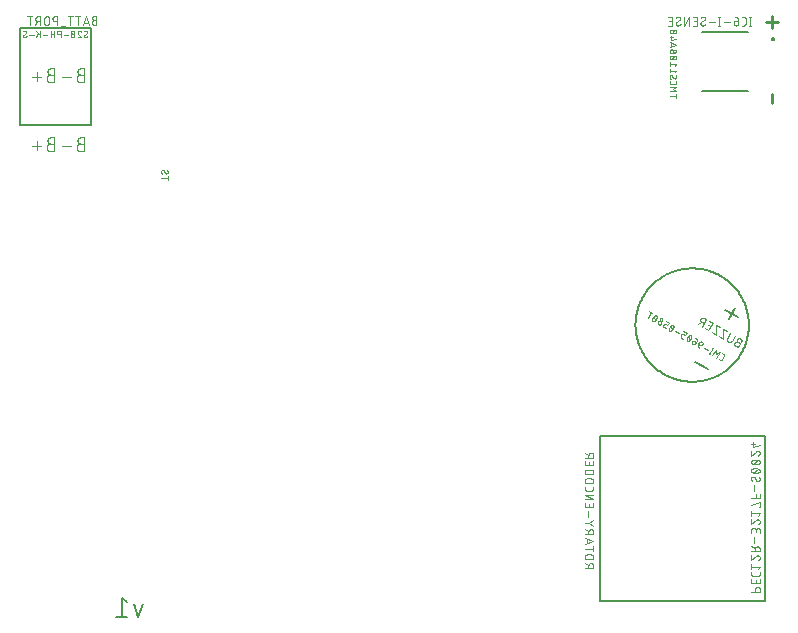
<source format=gbr>
G04 EAGLE Gerber RS-274X export*
G75*
%MOMM*%
%FSLAX34Y34*%
%LPD*%
%INSilkscreen Bottom*%
%IPPOS*%
%AMOC8*
5,1,8,0,0,1.08239X$1,22.5*%
G01*
%ADD10C,0.050800*%
%ADD11C,0.152400*%
%ADD12C,0.254000*%
%ADD13C,0.101600*%
%ADD14C,0.076200*%
%ADD15C,0.200000*%
%ADD16C,0.127000*%


D10*
X120396Y391782D02*
X125984Y391782D01*
X125984Y390230D02*
X125984Y393334D01*
X121638Y398272D02*
X121568Y398270D01*
X121499Y398264D01*
X121430Y398254D01*
X121362Y398241D01*
X121294Y398223D01*
X121228Y398202D01*
X121163Y398177D01*
X121099Y398149D01*
X121037Y398117D01*
X120977Y398082D01*
X120919Y398043D01*
X120864Y398001D01*
X120810Y397956D01*
X120760Y397908D01*
X120712Y397858D01*
X120667Y397804D01*
X120625Y397749D01*
X120586Y397691D01*
X120551Y397631D01*
X120519Y397569D01*
X120491Y397505D01*
X120466Y397440D01*
X120445Y397374D01*
X120427Y397306D01*
X120414Y397238D01*
X120404Y397169D01*
X120398Y397100D01*
X120396Y397030D01*
X120398Y396931D01*
X120403Y396833D01*
X120413Y396735D01*
X120426Y396637D01*
X120442Y396540D01*
X120462Y396443D01*
X120486Y396348D01*
X120514Y396253D01*
X120545Y396159D01*
X120579Y396067D01*
X120617Y395976D01*
X120658Y395886D01*
X120703Y395798D01*
X120751Y395712D01*
X120802Y395628D01*
X120856Y395546D01*
X120914Y395465D01*
X120974Y395387D01*
X121037Y395312D01*
X121103Y395238D01*
X121172Y395168D01*
X124742Y395323D02*
X124812Y395325D01*
X124881Y395331D01*
X124950Y395341D01*
X125018Y395354D01*
X125086Y395372D01*
X125152Y395393D01*
X125217Y395418D01*
X125281Y395446D01*
X125343Y395478D01*
X125403Y395513D01*
X125461Y395552D01*
X125516Y395594D01*
X125570Y395639D01*
X125620Y395687D01*
X125668Y395737D01*
X125713Y395791D01*
X125755Y395846D01*
X125794Y395904D01*
X125829Y395964D01*
X125861Y396026D01*
X125889Y396090D01*
X125914Y396155D01*
X125935Y396221D01*
X125953Y396289D01*
X125966Y396357D01*
X125976Y396426D01*
X125982Y396495D01*
X125984Y396565D01*
X125982Y396659D01*
X125976Y396752D01*
X125967Y396845D01*
X125954Y396938D01*
X125937Y397030D01*
X125917Y397121D01*
X125892Y397212D01*
X125865Y397301D01*
X125833Y397389D01*
X125798Y397476D01*
X125760Y397562D01*
X125718Y397645D01*
X125673Y397727D01*
X125625Y397808D01*
X125573Y397886D01*
X125518Y397962D01*
X123656Y395944D02*
X123692Y395885D01*
X123732Y395829D01*
X123775Y395775D01*
X123820Y395723D01*
X123869Y395674D01*
X123920Y395628D01*
X123973Y395585D01*
X124029Y395544D01*
X124087Y395507D01*
X124147Y395472D01*
X124208Y395442D01*
X124271Y395414D01*
X124336Y395390D01*
X124402Y395370D01*
X124469Y395353D01*
X124536Y395340D01*
X124604Y395331D01*
X124673Y395325D01*
X124742Y395323D01*
X122724Y397651D02*
X122688Y397710D01*
X122648Y397766D01*
X122605Y397820D01*
X122560Y397872D01*
X122511Y397921D01*
X122460Y397967D01*
X122407Y398010D01*
X122351Y398051D01*
X122293Y398088D01*
X122233Y398123D01*
X122172Y398153D01*
X122109Y398181D01*
X122044Y398205D01*
X121978Y398225D01*
X121911Y398242D01*
X121844Y398255D01*
X121776Y398264D01*
X121707Y398270D01*
X121638Y398272D01*
X122724Y397651D02*
X123656Y395944D01*
D11*
X104648Y30649D02*
X101036Y19812D01*
X97423Y30649D01*
X91483Y32456D02*
X86968Y36068D01*
X86968Y19812D01*
X91483Y19812D02*
X82452Y19812D01*
D12*
X637540Y518160D02*
X637540Y528320D01*
X632460Y523240D02*
X642620Y523240D01*
X637540Y462280D02*
X637540Y454660D01*
D11*
X60840Y518800D02*
X840Y518800D01*
X60840Y518800D02*
X60840Y436300D01*
X840Y436300D01*
X840Y518800D01*
D13*
X26724Y479129D02*
X29970Y479129D01*
X26724Y479130D02*
X26611Y479128D01*
X26498Y479122D01*
X26385Y479112D01*
X26272Y479098D01*
X26160Y479081D01*
X26049Y479059D01*
X25939Y479034D01*
X25829Y479004D01*
X25721Y478971D01*
X25614Y478934D01*
X25508Y478894D01*
X25404Y478849D01*
X25301Y478801D01*
X25200Y478750D01*
X25101Y478695D01*
X25004Y478637D01*
X24909Y478575D01*
X24816Y478510D01*
X24726Y478442D01*
X24638Y478371D01*
X24552Y478296D01*
X24469Y478219D01*
X24389Y478139D01*
X24312Y478056D01*
X24237Y477970D01*
X24166Y477882D01*
X24098Y477792D01*
X24033Y477699D01*
X23971Y477604D01*
X23913Y477507D01*
X23858Y477408D01*
X23807Y477307D01*
X23759Y477204D01*
X23714Y477100D01*
X23674Y476994D01*
X23637Y476887D01*
X23604Y476779D01*
X23574Y476669D01*
X23549Y476559D01*
X23527Y476448D01*
X23510Y476336D01*
X23496Y476223D01*
X23486Y476110D01*
X23480Y475997D01*
X23478Y475884D01*
X23480Y475771D01*
X23486Y475658D01*
X23496Y475545D01*
X23510Y475432D01*
X23527Y475320D01*
X23549Y475209D01*
X23574Y475099D01*
X23604Y474989D01*
X23637Y474881D01*
X23674Y474774D01*
X23714Y474668D01*
X23759Y474564D01*
X23807Y474461D01*
X23858Y474360D01*
X23913Y474261D01*
X23971Y474164D01*
X24033Y474069D01*
X24098Y473976D01*
X24166Y473886D01*
X24237Y473798D01*
X24312Y473712D01*
X24389Y473629D01*
X24469Y473549D01*
X24552Y473472D01*
X24638Y473397D01*
X24726Y473326D01*
X24816Y473258D01*
X24909Y473193D01*
X25004Y473131D01*
X25101Y473073D01*
X25200Y473018D01*
X25301Y472967D01*
X25404Y472919D01*
X25508Y472874D01*
X25614Y472834D01*
X25721Y472797D01*
X25829Y472764D01*
X25939Y472734D01*
X26049Y472709D01*
X26160Y472687D01*
X26272Y472670D01*
X26385Y472656D01*
X26498Y472646D01*
X26611Y472640D01*
X26724Y472638D01*
X29970Y472638D01*
X29970Y484322D01*
X26724Y484322D01*
X26623Y484320D01*
X26523Y484314D01*
X26423Y484304D01*
X26323Y484291D01*
X26224Y484273D01*
X26125Y484252D01*
X26028Y484227D01*
X25931Y484198D01*
X25836Y484165D01*
X25742Y484129D01*
X25650Y484089D01*
X25559Y484046D01*
X25470Y483999D01*
X25383Y483949D01*
X25297Y483895D01*
X25214Y483838D01*
X25134Y483778D01*
X25055Y483715D01*
X24979Y483648D01*
X24906Y483579D01*
X24836Y483507D01*
X24768Y483433D01*
X24703Y483356D01*
X24642Y483276D01*
X24583Y483194D01*
X24528Y483110D01*
X24476Y483024D01*
X24427Y482936D01*
X24382Y482846D01*
X24340Y482754D01*
X24302Y482661D01*
X24268Y482566D01*
X24237Y482471D01*
X24210Y482374D01*
X24187Y482276D01*
X24167Y482177D01*
X24152Y482077D01*
X24140Y481977D01*
X24132Y481877D01*
X24128Y481776D01*
X24128Y481676D01*
X24132Y481575D01*
X24140Y481475D01*
X24152Y481375D01*
X24167Y481275D01*
X24187Y481176D01*
X24210Y481078D01*
X24237Y480981D01*
X24268Y480886D01*
X24302Y480791D01*
X24340Y480698D01*
X24382Y480606D01*
X24427Y480516D01*
X24476Y480428D01*
X24528Y480342D01*
X24583Y480258D01*
X24642Y480176D01*
X24703Y480096D01*
X24768Y480019D01*
X24836Y479945D01*
X24906Y479873D01*
X24979Y479804D01*
X25055Y479737D01*
X25134Y479674D01*
X25214Y479614D01*
X25297Y479557D01*
X25383Y479503D01*
X25470Y479453D01*
X25559Y479406D01*
X25650Y479363D01*
X25742Y479323D01*
X25836Y479287D01*
X25931Y479254D01*
X26028Y479225D01*
X26125Y479200D01*
X26224Y479179D01*
X26323Y479161D01*
X26423Y479148D01*
X26523Y479138D01*
X26623Y479132D01*
X26724Y479130D01*
X18977Y477182D02*
X11188Y477182D01*
X15083Y481076D02*
X15083Y473287D01*
X26724Y420709D02*
X29970Y420709D01*
X26724Y420710D02*
X26611Y420708D01*
X26498Y420702D01*
X26385Y420692D01*
X26272Y420678D01*
X26160Y420661D01*
X26049Y420639D01*
X25939Y420614D01*
X25829Y420584D01*
X25721Y420551D01*
X25614Y420514D01*
X25508Y420474D01*
X25404Y420429D01*
X25301Y420381D01*
X25200Y420330D01*
X25101Y420275D01*
X25004Y420217D01*
X24909Y420155D01*
X24816Y420090D01*
X24726Y420022D01*
X24638Y419951D01*
X24552Y419876D01*
X24469Y419799D01*
X24389Y419719D01*
X24312Y419636D01*
X24237Y419550D01*
X24166Y419462D01*
X24098Y419372D01*
X24033Y419279D01*
X23971Y419184D01*
X23913Y419087D01*
X23858Y418988D01*
X23807Y418887D01*
X23759Y418784D01*
X23714Y418680D01*
X23674Y418574D01*
X23637Y418467D01*
X23604Y418359D01*
X23574Y418249D01*
X23549Y418139D01*
X23527Y418028D01*
X23510Y417916D01*
X23496Y417803D01*
X23486Y417690D01*
X23480Y417577D01*
X23478Y417464D01*
X23480Y417351D01*
X23486Y417238D01*
X23496Y417125D01*
X23510Y417012D01*
X23527Y416900D01*
X23549Y416789D01*
X23574Y416679D01*
X23604Y416569D01*
X23637Y416461D01*
X23674Y416354D01*
X23714Y416248D01*
X23759Y416144D01*
X23807Y416041D01*
X23858Y415940D01*
X23913Y415841D01*
X23971Y415744D01*
X24033Y415649D01*
X24098Y415556D01*
X24166Y415466D01*
X24237Y415378D01*
X24312Y415292D01*
X24389Y415209D01*
X24469Y415129D01*
X24552Y415052D01*
X24638Y414977D01*
X24726Y414906D01*
X24816Y414838D01*
X24909Y414773D01*
X25004Y414711D01*
X25101Y414653D01*
X25200Y414598D01*
X25301Y414547D01*
X25404Y414499D01*
X25508Y414454D01*
X25614Y414414D01*
X25721Y414377D01*
X25829Y414344D01*
X25939Y414314D01*
X26049Y414289D01*
X26160Y414267D01*
X26272Y414250D01*
X26385Y414236D01*
X26498Y414226D01*
X26611Y414220D01*
X26724Y414218D01*
X29970Y414218D01*
X29970Y425902D01*
X26724Y425902D01*
X26623Y425900D01*
X26523Y425894D01*
X26423Y425884D01*
X26323Y425871D01*
X26224Y425853D01*
X26125Y425832D01*
X26028Y425807D01*
X25931Y425778D01*
X25836Y425745D01*
X25742Y425709D01*
X25650Y425669D01*
X25559Y425626D01*
X25470Y425579D01*
X25383Y425529D01*
X25297Y425475D01*
X25214Y425418D01*
X25134Y425358D01*
X25055Y425295D01*
X24979Y425228D01*
X24906Y425159D01*
X24836Y425087D01*
X24768Y425013D01*
X24703Y424936D01*
X24642Y424856D01*
X24583Y424774D01*
X24528Y424690D01*
X24476Y424604D01*
X24427Y424516D01*
X24382Y424426D01*
X24340Y424334D01*
X24302Y424241D01*
X24268Y424146D01*
X24237Y424051D01*
X24210Y423954D01*
X24187Y423856D01*
X24167Y423757D01*
X24152Y423657D01*
X24140Y423557D01*
X24132Y423457D01*
X24128Y423356D01*
X24128Y423256D01*
X24132Y423155D01*
X24140Y423055D01*
X24152Y422955D01*
X24167Y422855D01*
X24187Y422756D01*
X24210Y422658D01*
X24237Y422561D01*
X24268Y422466D01*
X24302Y422371D01*
X24340Y422278D01*
X24382Y422186D01*
X24427Y422096D01*
X24476Y422008D01*
X24528Y421922D01*
X24583Y421838D01*
X24642Y421756D01*
X24703Y421676D01*
X24768Y421599D01*
X24836Y421525D01*
X24906Y421453D01*
X24979Y421384D01*
X25055Y421317D01*
X25134Y421254D01*
X25214Y421194D01*
X25297Y421137D01*
X25383Y421083D01*
X25470Y421033D01*
X25559Y420986D01*
X25650Y420943D01*
X25742Y420903D01*
X25836Y420867D01*
X25931Y420834D01*
X26028Y420805D01*
X26125Y420780D01*
X26224Y420759D01*
X26323Y420741D01*
X26423Y420728D01*
X26523Y420718D01*
X26623Y420712D01*
X26724Y420710D01*
X18977Y418762D02*
X11188Y418762D01*
X15083Y422656D02*
X15083Y414867D01*
X52124Y479129D02*
X55370Y479129D01*
X52124Y479130D02*
X52011Y479128D01*
X51898Y479122D01*
X51785Y479112D01*
X51672Y479098D01*
X51560Y479081D01*
X51449Y479059D01*
X51339Y479034D01*
X51229Y479004D01*
X51121Y478971D01*
X51014Y478934D01*
X50908Y478894D01*
X50804Y478849D01*
X50701Y478801D01*
X50600Y478750D01*
X50501Y478695D01*
X50404Y478637D01*
X50309Y478575D01*
X50216Y478510D01*
X50126Y478442D01*
X50038Y478371D01*
X49952Y478296D01*
X49869Y478219D01*
X49789Y478139D01*
X49712Y478056D01*
X49637Y477970D01*
X49566Y477882D01*
X49498Y477792D01*
X49433Y477699D01*
X49371Y477604D01*
X49313Y477507D01*
X49258Y477408D01*
X49207Y477307D01*
X49159Y477204D01*
X49114Y477100D01*
X49074Y476994D01*
X49037Y476887D01*
X49004Y476779D01*
X48974Y476669D01*
X48949Y476559D01*
X48927Y476448D01*
X48910Y476336D01*
X48896Y476223D01*
X48886Y476110D01*
X48880Y475997D01*
X48878Y475884D01*
X48880Y475771D01*
X48886Y475658D01*
X48896Y475545D01*
X48910Y475432D01*
X48927Y475320D01*
X48949Y475209D01*
X48974Y475099D01*
X49004Y474989D01*
X49037Y474881D01*
X49074Y474774D01*
X49114Y474668D01*
X49159Y474564D01*
X49207Y474461D01*
X49258Y474360D01*
X49313Y474261D01*
X49371Y474164D01*
X49433Y474069D01*
X49498Y473976D01*
X49566Y473886D01*
X49637Y473798D01*
X49712Y473712D01*
X49789Y473629D01*
X49869Y473549D01*
X49952Y473472D01*
X50038Y473397D01*
X50126Y473326D01*
X50216Y473258D01*
X50309Y473193D01*
X50404Y473131D01*
X50501Y473073D01*
X50600Y473018D01*
X50701Y472967D01*
X50804Y472919D01*
X50908Y472874D01*
X51014Y472834D01*
X51121Y472797D01*
X51229Y472764D01*
X51339Y472734D01*
X51449Y472709D01*
X51560Y472687D01*
X51672Y472670D01*
X51785Y472656D01*
X51898Y472646D01*
X52011Y472640D01*
X52124Y472638D01*
X55370Y472638D01*
X55370Y484322D01*
X52124Y484322D01*
X52023Y484320D01*
X51923Y484314D01*
X51823Y484304D01*
X51723Y484291D01*
X51624Y484273D01*
X51525Y484252D01*
X51428Y484227D01*
X51331Y484198D01*
X51236Y484165D01*
X51142Y484129D01*
X51050Y484089D01*
X50959Y484046D01*
X50870Y483999D01*
X50783Y483949D01*
X50697Y483895D01*
X50614Y483838D01*
X50534Y483778D01*
X50455Y483715D01*
X50379Y483648D01*
X50306Y483579D01*
X50236Y483507D01*
X50168Y483433D01*
X50103Y483356D01*
X50042Y483276D01*
X49983Y483194D01*
X49928Y483110D01*
X49876Y483024D01*
X49827Y482936D01*
X49782Y482846D01*
X49740Y482754D01*
X49702Y482661D01*
X49668Y482566D01*
X49637Y482471D01*
X49610Y482374D01*
X49587Y482276D01*
X49567Y482177D01*
X49552Y482077D01*
X49540Y481977D01*
X49532Y481877D01*
X49528Y481776D01*
X49528Y481676D01*
X49532Y481575D01*
X49540Y481475D01*
X49552Y481375D01*
X49567Y481275D01*
X49587Y481176D01*
X49610Y481078D01*
X49637Y480981D01*
X49668Y480886D01*
X49702Y480791D01*
X49740Y480698D01*
X49782Y480606D01*
X49827Y480516D01*
X49876Y480428D01*
X49928Y480342D01*
X49983Y480258D01*
X50042Y480176D01*
X50103Y480096D01*
X50168Y480019D01*
X50236Y479945D01*
X50306Y479873D01*
X50379Y479804D01*
X50455Y479737D01*
X50534Y479674D01*
X50614Y479614D01*
X50697Y479557D01*
X50783Y479503D01*
X50870Y479453D01*
X50959Y479406D01*
X51050Y479363D01*
X51142Y479323D01*
X51236Y479287D01*
X51331Y479254D01*
X51428Y479225D01*
X51525Y479200D01*
X51624Y479179D01*
X51723Y479161D01*
X51823Y479148D01*
X51923Y479138D01*
X52023Y479132D01*
X52124Y479130D01*
X44377Y477182D02*
X36588Y477182D01*
X52124Y420709D02*
X55370Y420709D01*
X52124Y420710D02*
X52011Y420708D01*
X51898Y420702D01*
X51785Y420692D01*
X51672Y420678D01*
X51560Y420661D01*
X51449Y420639D01*
X51339Y420614D01*
X51229Y420584D01*
X51121Y420551D01*
X51014Y420514D01*
X50908Y420474D01*
X50804Y420429D01*
X50701Y420381D01*
X50600Y420330D01*
X50501Y420275D01*
X50404Y420217D01*
X50309Y420155D01*
X50216Y420090D01*
X50126Y420022D01*
X50038Y419951D01*
X49952Y419876D01*
X49869Y419799D01*
X49789Y419719D01*
X49712Y419636D01*
X49637Y419550D01*
X49566Y419462D01*
X49498Y419372D01*
X49433Y419279D01*
X49371Y419184D01*
X49313Y419087D01*
X49258Y418988D01*
X49207Y418887D01*
X49159Y418784D01*
X49114Y418680D01*
X49074Y418574D01*
X49037Y418467D01*
X49004Y418359D01*
X48974Y418249D01*
X48949Y418139D01*
X48927Y418028D01*
X48910Y417916D01*
X48896Y417803D01*
X48886Y417690D01*
X48880Y417577D01*
X48878Y417464D01*
X48880Y417351D01*
X48886Y417238D01*
X48896Y417125D01*
X48910Y417012D01*
X48927Y416900D01*
X48949Y416789D01*
X48974Y416679D01*
X49004Y416569D01*
X49037Y416461D01*
X49074Y416354D01*
X49114Y416248D01*
X49159Y416144D01*
X49207Y416041D01*
X49258Y415940D01*
X49313Y415841D01*
X49371Y415744D01*
X49433Y415649D01*
X49498Y415556D01*
X49566Y415466D01*
X49637Y415378D01*
X49712Y415292D01*
X49789Y415209D01*
X49869Y415129D01*
X49952Y415052D01*
X50038Y414977D01*
X50126Y414906D01*
X50216Y414838D01*
X50309Y414773D01*
X50404Y414711D01*
X50501Y414653D01*
X50600Y414598D01*
X50701Y414547D01*
X50804Y414499D01*
X50908Y414454D01*
X51014Y414414D01*
X51121Y414377D01*
X51229Y414344D01*
X51339Y414314D01*
X51449Y414289D01*
X51560Y414267D01*
X51672Y414250D01*
X51785Y414236D01*
X51898Y414226D01*
X52011Y414220D01*
X52124Y414218D01*
X55370Y414218D01*
X55370Y425902D01*
X52124Y425902D01*
X52023Y425900D01*
X51923Y425894D01*
X51823Y425884D01*
X51723Y425871D01*
X51624Y425853D01*
X51525Y425832D01*
X51428Y425807D01*
X51331Y425778D01*
X51236Y425745D01*
X51142Y425709D01*
X51050Y425669D01*
X50959Y425626D01*
X50870Y425579D01*
X50783Y425529D01*
X50697Y425475D01*
X50614Y425418D01*
X50534Y425358D01*
X50455Y425295D01*
X50379Y425228D01*
X50306Y425159D01*
X50236Y425087D01*
X50168Y425013D01*
X50103Y424936D01*
X50042Y424856D01*
X49983Y424774D01*
X49928Y424690D01*
X49876Y424604D01*
X49827Y424516D01*
X49782Y424426D01*
X49740Y424334D01*
X49702Y424241D01*
X49668Y424146D01*
X49637Y424051D01*
X49610Y423954D01*
X49587Y423856D01*
X49567Y423757D01*
X49552Y423657D01*
X49540Y423557D01*
X49532Y423457D01*
X49528Y423356D01*
X49528Y423256D01*
X49532Y423155D01*
X49540Y423055D01*
X49552Y422955D01*
X49567Y422855D01*
X49587Y422756D01*
X49610Y422658D01*
X49637Y422561D01*
X49668Y422466D01*
X49702Y422371D01*
X49740Y422278D01*
X49782Y422186D01*
X49827Y422096D01*
X49876Y422008D01*
X49928Y421922D01*
X49983Y421838D01*
X50042Y421756D01*
X50103Y421676D01*
X50168Y421599D01*
X50236Y421525D01*
X50306Y421453D01*
X50379Y421384D01*
X50455Y421317D01*
X50534Y421254D01*
X50614Y421194D01*
X50697Y421137D01*
X50783Y421083D01*
X50870Y421033D01*
X50959Y420986D01*
X51050Y420943D01*
X51142Y420903D01*
X51236Y420867D01*
X51331Y420834D01*
X51428Y420805D01*
X51525Y420780D01*
X51624Y420759D01*
X51723Y420741D01*
X51823Y420728D01*
X51923Y420718D01*
X52023Y420712D01*
X52124Y420710D01*
X44377Y418762D02*
X36588Y418762D01*
D14*
X63613Y525173D02*
X65659Y525173D01*
X63613Y525173D02*
X63524Y525171D01*
X63435Y525165D01*
X63346Y525155D01*
X63258Y525142D01*
X63170Y525125D01*
X63083Y525103D01*
X62998Y525078D01*
X62913Y525050D01*
X62830Y525017D01*
X62748Y524981D01*
X62668Y524942D01*
X62590Y524899D01*
X62514Y524853D01*
X62439Y524803D01*
X62367Y524750D01*
X62298Y524694D01*
X62231Y524635D01*
X62166Y524574D01*
X62105Y524509D01*
X62046Y524442D01*
X61990Y524373D01*
X61937Y524301D01*
X61887Y524226D01*
X61841Y524150D01*
X61798Y524072D01*
X61759Y523992D01*
X61723Y523910D01*
X61690Y523827D01*
X61662Y523742D01*
X61637Y523657D01*
X61615Y523570D01*
X61598Y523482D01*
X61585Y523394D01*
X61575Y523305D01*
X61569Y523216D01*
X61567Y523127D01*
X61569Y523038D01*
X61575Y522949D01*
X61585Y522860D01*
X61598Y522772D01*
X61615Y522684D01*
X61637Y522597D01*
X61662Y522512D01*
X61690Y522427D01*
X61723Y522344D01*
X61759Y522262D01*
X61798Y522182D01*
X61841Y522104D01*
X61887Y522028D01*
X61937Y521953D01*
X61990Y521881D01*
X62046Y521812D01*
X62105Y521745D01*
X62166Y521680D01*
X62231Y521619D01*
X62298Y521560D01*
X62367Y521504D01*
X62439Y521451D01*
X62514Y521401D01*
X62590Y521355D01*
X62668Y521312D01*
X62748Y521273D01*
X62830Y521237D01*
X62913Y521204D01*
X62998Y521176D01*
X63083Y521151D01*
X63170Y521129D01*
X63258Y521112D01*
X63346Y521099D01*
X63435Y521089D01*
X63524Y521083D01*
X63613Y521081D01*
X65659Y521081D01*
X65659Y528447D01*
X63613Y528447D01*
X63534Y528445D01*
X63455Y528439D01*
X63376Y528430D01*
X63298Y528417D01*
X63221Y528399D01*
X63145Y528379D01*
X63070Y528354D01*
X62996Y528326D01*
X62923Y528295D01*
X62852Y528259D01*
X62783Y528221D01*
X62716Y528179D01*
X62651Y528134D01*
X62588Y528086D01*
X62527Y528035D01*
X62470Y527981D01*
X62414Y527925D01*
X62362Y527866D01*
X62312Y527804D01*
X62266Y527740D01*
X62222Y527674D01*
X62182Y527606D01*
X62146Y527536D01*
X62112Y527464D01*
X62082Y527390D01*
X62056Y527316D01*
X62033Y527240D01*
X62015Y527163D01*
X61999Y527086D01*
X61988Y527007D01*
X61980Y526929D01*
X61976Y526850D01*
X61976Y526770D01*
X61980Y526691D01*
X61988Y526613D01*
X61999Y526534D01*
X62015Y526457D01*
X62033Y526380D01*
X62056Y526304D01*
X62082Y526230D01*
X62112Y526156D01*
X62146Y526084D01*
X62182Y526014D01*
X62222Y525946D01*
X62266Y525880D01*
X62312Y525816D01*
X62362Y525754D01*
X62414Y525695D01*
X62470Y525639D01*
X62527Y525585D01*
X62588Y525534D01*
X62651Y525486D01*
X62716Y525441D01*
X62783Y525399D01*
X62852Y525361D01*
X62923Y525325D01*
X62996Y525294D01*
X63070Y525266D01*
X63145Y525241D01*
X63221Y525221D01*
X63298Y525203D01*
X63376Y525190D01*
X63455Y525181D01*
X63534Y525175D01*
X63613Y525173D01*
X59115Y521081D02*
X56659Y528447D01*
X54204Y521081D01*
X54818Y522923D02*
X58501Y522923D01*
X49832Y521081D02*
X49832Y528447D01*
X51878Y528447D02*
X47786Y528447D01*
X43492Y528447D02*
X43492Y521081D01*
X45538Y528447D02*
X41446Y528447D01*
X39033Y520263D02*
X35759Y520263D01*
X32497Y521081D02*
X32497Y528447D01*
X30451Y528447D01*
X30362Y528445D01*
X30273Y528439D01*
X30184Y528429D01*
X30096Y528416D01*
X30008Y528399D01*
X29921Y528377D01*
X29836Y528352D01*
X29751Y528324D01*
X29668Y528291D01*
X29586Y528255D01*
X29506Y528216D01*
X29428Y528173D01*
X29352Y528127D01*
X29277Y528077D01*
X29205Y528024D01*
X29136Y527968D01*
X29069Y527909D01*
X29004Y527848D01*
X28943Y527783D01*
X28884Y527716D01*
X28828Y527647D01*
X28775Y527575D01*
X28725Y527500D01*
X28679Y527424D01*
X28636Y527346D01*
X28597Y527266D01*
X28561Y527184D01*
X28528Y527101D01*
X28500Y527016D01*
X28475Y526931D01*
X28453Y526844D01*
X28436Y526756D01*
X28423Y526668D01*
X28413Y526579D01*
X28407Y526490D01*
X28405Y526401D01*
X28407Y526312D01*
X28413Y526223D01*
X28423Y526134D01*
X28436Y526046D01*
X28453Y525958D01*
X28475Y525871D01*
X28500Y525786D01*
X28528Y525701D01*
X28561Y525618D01*
X28597Y525536D01*
X28636Y525456D01*
X28679Y525378D01*
X28725Y525302D01*
X28775Y525227D01*
X28828Y525155D01*
X28884Y525086D01*
X28943Y525019D01*
X29004Y524954D01*
X29069Y524893D01*
X29136Y524834D01*
X29205Y524778D01*
X29277Y524725D01*
X29352Y524675D01*
X29428Y524629D01*
X29506Y524586D01*
X29586Y524547D01*
X29668Y524511D01*
X29751Y524478D01*
X29836Y524450D01*
X29921Y524425D01*
X30008Y524403D01*
X30096Y524386D01*
X30184Y524373D01*
X30273Y524363D01*
X30362Y524357D01*
X30451Y524355D01*
X32497Y524355D01*
X25543Y523127D02*
X25543Y526401D01*
X25541Y526490D01*
X25535Y526579D01*
X25525Y526668D01*
X25512Y526756D01*
X25495Y526844D01*
X25473Y526931D01*
X25448Y527016D01*
X25420Y527101D01*
X25387Y527184D01*
X25351Y527266D01*
X25312Y527346D01*
X25269Y527424D01*
X25223Y527500D01*
X25173Y527575D01*
X25120Y527647D01*
X25064Y527716D01*
X25005Y527783D01*
X24944Y527848D01*
X24879Y527909D01*
X24812Y527968D01*
X24743Y528024D01*
X24671Y528077D01*
X24596Y528127D01*
X24520Y528173D01*
X24442Y528216D01*
X24362Y528255D01*
X24280Y528291D01*
X24197Y528324D01*
X24112Y528352D01*
X24027Y528377D01*
X23940Y528399D01*
X23852Y528416D01*
X23764Y528429D01*
X23675Y528439D01*
X23586Y528445D01*
X23497Y528447D01*
X23408Y528445D01*
X23319Y528439D01*
X23230Y528429D01*
X23142Y528416D01*
X23054Y528399D01*
X22967Y528377D01*
X22882Y528352D01*
X22797Y528324D01*
X22714Y528291D01*
X22632Y528255D01*
X22552Y528216D01*
X22474Y528173D01*
X22398Y528127D01*
X22323Y528077D01*
X22251Y528024D01*
X22182Y527968D01*
X22115Y527909D01*
X22050Y527848D01*
X21989Y527783D01*
X21930Y527716D01*
X21874Y527647D01*
X21821Y527575D01*
X21771Y527500D01*
X21725Y527424D01*
X21682Y527346D01*
X21643Y527266D01*
X21607Y527184D01*
X21574Y527101D01*
X21546Y527016D01*
X21521Y526931D01*
X21499Y526844D01*
X21482Y526756D01*
X21469Y526668D01*
X21459Y526579D01*
X21453Y526490D01*
X21451Y526401D01*
X21451Y523127D01*
X21453Y523038D01*
X21459Y522949D01*
X21469Y522860D01*
X21482Y522772D01*
X21499Y522684D01*
X21521Y522597D01*
X21546Y522512D01*
X21574Y522427D01*
X21607Y522344D01*
X21643Y522262D01*
X21682Y522182D01*
X21725Y522104D01*
X21771Y522028D01*
X21821Y521953D01*
X21874Y521881D01*
X21930Y521812D01*
X21989Y521745D01*
X22050Y521680D01*
X22115Y521619D01*
X22182Y521560D01*
X22251Y521504D01*
X22323Y521451D01*
X22398Y521401D01*
X22474Y521355D01*
X22552Y521312D01*
X22632Y521273D01*
X22714Y521237D01*
X22797Y521204D01*
X22882Y521176D01*
X22967Y521151D01*
X23054Y521129D01*
X23142Y521112D01*
X23230Y521099D01*
X23319Y521089D01*
X23408Y521083D01*
X23497Y521081D01*
X23586Y521083D01*
X23675Y521089D01*
X23764Y521099D01*
X23852Y521112D01*
X23940Y521129D01*
X24027Y521151D01*
X24112Y521176D01*
X24197Y521204D01*
X24280Y521237D01*
X24362Y521273D01*
X24442Y521312D01*
X24520Y521355D01*
X24596Y521401D01*
X24671Y521451D01*
X24743Y521504D01*
X24812Y521560D01*
X24879Y521619D01*
X24944Y521680D01*
X25005Y521745D01*
X25064Y521812D01*
X25120Y521881D01*
X25173Y521953D01*
X25223Y522028D01*
X25269Y522104D01*
X25312Y522182D01*
X25351Y522262D01*
X25387Y522344D01*
X25420Y522427D01*
X25448Y522512D01*
X25473Y522597D01*
X25495Y522684D01*
X25512Y522772D01*
X25525Y522860D01*
X25535Y522949D01*
X25541Y523038D01*
X25543Y523127D01*
X17933Y521081D02*
X17933Y528447D01*
X15887Y528447D01*
X15798Y528445D01*
X15709Y528439D01*
X15620Y528429D01*
X15532Y528416D01*
X15444Y528399D01*
X15357Y528377D01*
X15272Y528352D01*
X15187Y528324D01*
X15104Y528291D01*
X15022Y528255D01*
X14942Y528216D01*
X14864Y528173D01*
X14788Y528127D01*
X14713Y528077D01*
X14641Y528024D01*
X14572Y527968D01*
X14505Y527909D01*
X14440Y527848D01*
X14379Y527783D01*
X14320Y527716D01*
X14264Y527647D01*
X14211Y527575D01*
X14161Y527500D01*
X14115Y527424D01*
X14072Y527346D01*
X14033Y527266D01*
X13997Y527184D01*
X13964Y527101D01*
X13936Y527016D01*
X13911Y526931D01*
X13889Y526844D01*
X13872Y526756D01*
X13859Y526668D01*
X13849Y526579D01*
X13843Y526490D01*
X13841Y526401D01*
X13843Y526312D01*
X13849Y526223D01*
X13859Y526134D01*
X13872Y526046D01*
X13889Y525958D01*
X13911Y525871D01*
X13936Y525786D01*
X13964Y525701D01*
X13997Y525618D01*
X14033Y525536D01*
X14072Y525456D01*
X14115Y525378D01*
X14161Y525302D01*
X14211Y525227D01*
X14264Y525155D01*
X14320Y525086D01*
X14379Y525019D01*
X14440Y524954D01*
X14505Y524893D01*
X14572Y524834D01*
X14641Y524778D01*
X14713Y524725D01*
X14788Y524675D01*
X14864Y524629D01*
X14942Y524586D01*
X15022Y524547D01*
X15104Y524511D01*
X15187Y524478D01*
X15272Y524450D01*
X15357Y524425D01*
X15444Y524403D01*
X15532Y524386D01*
X15620Y524373D01*
X15709Y524363D01*
X15798Y524357D01*
X15887Y524355D01*
X17933Y524355D01*
X15478Y524355D02*
X13841Y521081D01*
X9111Y521081D02*
X9111Y528447D01*
X11157Y528447D02*
X7064Y528447D01*
D10*
X54923Y511888D02*
X54925Y511818D01*
X54931Y511749D01*
X54941Y511680D01*
X54954Y511612D01*
X54972Y511544D01*
X54993Y511478D01*
X55018Y511413D01*
X55046Y511349D01*
X55078Y511287D01*
X55113Y511227D01*
X55152Y511169D01*
X55194Y511114D01*
X55239Y511060D01*
X55287Y511010D01*
X55337Y510962D01*
X55391Y510917D01*
X55446Y510875D01*
X55504Y510836D01*
X55564Y510801D01*
X55626Y510769D01*
X55690Y510741D01*
X55755Y510716D01*
X55821Y510695D01*
X55889Y510677D01*
X55957Y510664D01*
X56026Y510654D01*
X56095Y510648D01*
X56165Y510646D01*
X56264Y510648D01*
X56362Y510653D01*
X56460Y510663D01*
X56558Y510676D01*
X56655Y510692D01*
X56752Y510712D01*
X56847Y510736D01*
X56942Y510764D01*
X57036Y510795D01*
X57128Y510829D01*
X57219Y510867D01*
X57309Y510908D01*
X57397Y510953D01*
X57483Y511001D01*
X57567Y511052D01*
X57649Y511106D01*
X57730Y511164D01*
X57808Y511224D01*
X57883Y511287D01*
X57957Y511353D01*
X58027Y511422D01*
X57873Y514992D02*
X57871Y515062D01*
X57865Y515131D01*
X57855Y515200D01*
X57842Y515268D01*
X57824Y515336D01*
X57803Y515402D01*
X57778Y515467D01*
X57750Y515531D01*
X57718Y515593D01*
X57683Y515653D01*
X57644Y515711D01*
X57602Y515766D01*
X57557Y515820D01*
X57509Y515870D01*
X57459Y515918D01*
X57405Y515963D01*
X57350Y516005D01*
X57292Y516044D01*
X57232Y516079D01*
X57170Y516111D01*
X57106Y516139D01*
X57041Y516164D01*
X56975Y516185D01*
X56907Y516203D01*
X56839Y516216D01*
X56770Y516226D01*
X56701Y516232D01*
X56631Y516234D01*
X56537Y516232D01*
X56444Y516226D01*
X56351Y516217D01*
X56258Y516204D01*
X56166Y516187D01*
X56075Y516167D01*
X55984Y516142D01*
X55895Y516115D01*
X55807Y516083D01*
X55720Y516048D01*
X55634Y516010D01*
X55551Y515968D01*
X55468Y515923D01*
X55388Y515875D01*
X55310Y515823D01*
X55234Y515768D01*
X57252Y513906D02*
X57311Y513942D01*
X57367Y513982D01*
X57421Y514025D01*
X57473Y514070D01*
X57522Y514119D01*
X57568Y514170D01*
X57611Y514223D01*
X57652Y514279D01*
X57689Y514337D01*
X57724Y514397D01*
X57754Y514458D01*
X57782Y514521D01*
X57806Y514586D01*
X57826Y514652D01*
X57843Y514719D01*
X57856Y514786D01*
X57865Y514854D01*
X57871Y514923D01*
X57873Y514992D01*
X55545Y512974D02*
X55486Y512938D01*
X55430Y512898D01*
X55376Y512855D01*
X55324Y512810D01*
X55275Y512761D01*
X55229Y512710D01*
X55186Y512657D01*
X55145Y512601D01*
X55108Y512543D01*
X55073Y512484D01*
X55043Y512422D01*
X55015Y512359D01*
X54991Y512294D01*
X54971Y512228D01*
X54954Y512161D01*
X54941Y512094D01*
X54932Y512026D01*
X54926Y511957D01*
X54924Y511888D01*
X55544Y512974D02*
X57252Y513906D01*
X51017Y516234D02*
X50944Y516232D01*
X50871Y516226D01*
X50798Y516217D01*
X50727Y516203D01*
X50655Y516186D01*
X50585Y516166D01*
X50516Y516141D01*
X50449Y516113D01*
X50383Y516082D01*
X50319Y516047D01*
X50256Y516009D01*
X50196Y515967D01*
X50138Y515923D01*
X50082Y515875D01*
X50029Y515825D01*
X49979Y515772D01*
X49931Y515716D01*
X49887Y515658D01*
X49845Y515598D01*
X49807Y515536D01*
X49772Y515471D01*
X49741Y515405D01*
X49713Y515338D01*
X49688Y515269D01*
X49668Y515199D01*
X49651Y515127D01*
X49637Y515056D01*
X49628Y514983D01*
X49622Y514910D01*
X49620Y514837D01*
X51017Y516234D02*
X51101Y516232D01*
X51184Y516226D01*
X51267Y516217D01*
X51349Y516203D01*
X51431Y516186D01*
X51512Y516164D01*
X51592Y516139D01*
X51670Y516111D01*
X51748Y516079D01*
X51823Y516043D01*
X51897Y516004D01*
X51969Y515961D01*
X52039Y515915D01*
X52106Y515866D01*
X52172Y515813D01*
X52234Y515758D01*
X52294Y515700D01*
X52352Y515639D01*
X52406Y515576D01*
X52458Y515510D01*
X52506Y515442D01*
X52551Y515371D01*
X52593Y515299D01*
X52631Y515224D01*
X52666Y515148D01*
X52697Y515071D01*
X52725Y514992D01*
X50087Y513751D02*
X50033Y513804D01*
X49982Y513861D01*
X49934Y513920D01*
X49889Y513981D01*
X49848Y514044D01*
X49809Y514110D01*
X49774Y514177D01*
X49742Y514246D01*
X49714Y514317D01*
X49690Y514388D01*
X49669Y514461D01*
X49652Y514535D01*
X49638Y514610D01*
X49629Y514685D01*
X49623Y514761D01*
X49621Y514837D01*
X50086Y513750D02*
X52725Y510646D01*
X49620Y510646D01*
X46972Y513750D02*
X45420Y513750D01*
X45343Y513748D01*
X45265Y513742D01*
X45189Y513733D01*
X45112Y513719D01*
X45037Y513702D01*
X44963Y513681D01*
X44889Y513656D01*
X44817Y513628D01*
X44747Y513596D01*
X44678Y513561D01*
X44611Y513522D01*
X44546Y513480D01*
X44483Y513435D01*
X44422Y513387D01*
X44364Y513336D01*
X44309Y513282D01*
X44256Y513225D01*
X44207Y513166D01*
X44160Y513104D01*
X44116Y513040D01*
X44076Y512974D01*
X44039Y512906D01*
X44005Y512836D01*
X43975Y512765D01*
X43949Y512692D01*
X43926Y512618D01*
X43907Y512543D01*
X43892Y512468D01*
X43880Y512391D01*
X43872Y512314D01*
X43868Y512237D01*
X43868Y512159D01*
X43872Y512082D01*
X43880Y512005D01*
X43892Y511928D01*
X43907Y511853D01*
X43926Y511778D01*
X43949Y511704D01*
X43975Y511631D01*
X44005Y511560D01*
X44039Y511490D01*
X44076Y511422D01*
X44116Y511356D01*
X44160Y511292D01*
X44207Y511230D01*
X44256Y511171D01*
X44309Y511114D01*
X44364Y511060D01*
X44422Y511009D01*
X44483Y510961D01*
X44546Y510916D01*
X44611Y510874D01*
X44678Y510835D01*
X44747Y510800D01*
X44817Y510768D01*
X44889Y510740D01*
X44963Y510715D01*
X45037Y510694D01*
X45112Y510677D01*
X45189Y510663D01*
X45265Y510654D01*
X45343Y510648D01*
X45420Y510646D01*
X46972Y510646D01*
X46972Y516234D01*
X45420Y516234D01*
X45350Y516232D01*
X45281Y516226D01*
X45212Y516216D01*
X45144Y516203D01*
X45076Y516185D01*
X45010Y516164D01*
X44945Y516139D01*
X44881Y516111D01*
X44819Y516079D01*
X44759Y516044D01*
X44701Y516005D01*
X44646Y515963D01*
X44592Y515918D01*
X44542Y515870D01*
X44494Y515820D01*
X44449Y515766D01*
X44407Y515711D01*
X44368Y515653D01*
X44333Y515593D01*
X44301Y515531D01*
X44273Y515467D01*
X44248Y515402D01*
X44227Y515336D01*
X44209Y515268D01*
X44196Y515200D01*
X44186Y515131D01*
X44180Y515062D01*
X44178Y514992D01*
X44180Y514922D01*
X44186Y514853D01*
X44196Y514784D01*
X44209Y514716D01*
X44227Y514648D01*
X44248Y514582D01*
X44273Y514517D01*
X44301Y514453D01*
X44333Y514391D01*
X44368Y514331D01*
X44407Y514273D01*
X44449Y514218D01*
X44494Y514164D01*
X44542Y514114D01*
X44592Y514066D01*
X44646Y514021D01*
X44701Y513979D01*
X44759Y513940D01*
X44819Y513905D01*
X44881Y513873D01*
X44945Y513845D01*
X45010Y513820D01*
X45076Y513799D01*
X45144Y513781D01*
X45212Y513768D01*
X45281Y513758D01*
X45350Y513752D01*
X45420Y513750D01*
X41696Y512819D02*
X37971Y512819D01*
X35268Y510646D02*
X35268Y516234D01*
X33716Y516234D01*
X33639Y516232D01*
X33561Y516226D01*
X33485Y516217D01*
X33408Y516203D01*
X33333Y516186D01*
X33259Y516165D01*
X33185Y516140D01*
X33113Y516112D01*
X33043Y516080D01*
X32974Y516045D01*
X32907Y516006D01*
X32842Y515964D01*
X32779Y515919D01*
X32718Y515871D01*
X32660Y515820D01*
X32605Y515766D01*
X32552Y515709D01*
X32503Y515650D01*
X32456Y515588D01*
X32412Y515524D01*
X32372Y515458D01*
X32335Y515390D01*
X32301Y515320D01*
X32271Y515249D01*
X32245Y515176D01*
X32222Y515102D01*
X32203Y515027D01*
X32188Y514952D01*
X32176Y514875D01*
X32168Y514798D01*
X32164Y514721D01*
X32164Y514643D01*
X32168Y514566D01*
X32176Y514489D01*
X32188Y514412D01*
X32203Y514337D01*
X32222Y514262D01*
X32245Y514188D01*
X32271Y514115D01*
X32301Y514044D01*
X32335Y513974D01*
X32372Y513906D01*
X32412Y513840D01*
X32456Y513776D01*
X32503Y513714D01*
X32552Y513655D01*
X32605Y513598D01*
X32660Y513544D01*
X32718Y513493D01*
X32779Y513445D01*
X32842Y513400D01*
X32907Y513358D01*
X32974Y513319D01*
X33043Y513284D01*
X33113Y513252D01*
X33185Y513224D01*
X33259Y513199D01*
X33333Y513178D01*
X33408Y513161D01*
X33485Y513147D01*
X33561Y513138D01*
X33639Y513132D01*
X33716Y513130D01*
X35268Y513130D01*
X29865Y510646D02*
X29865Y516234D01*
X29865Y513750D02*
X26760Y513750D01*
X26760Y516234D02*
X26760Y510646D01*
X24140Y512819D02*
X20415Y512819D01*
X17712Y510646D02*
X17712Y516234D01*
X14607Y516234D02*
X17712Y512819D01*
X16470Y514061D02*
X14607Y510646D01*
X12436Y512819D02*
X8711Y512819D01*
X4594Y510646D02*
X4524Y510648D01*
X4455Y510654D01*
X4386Y510664D01*
X4318Y510677D01*
X4250Y510695D01*
X4184Y510716D01*
X4119Y510741D01*
X4055Y510769D01*
X3993Y510801D01*
X3933Y510836D01*
X3875Y510875D01*
X3820Y510917D01*
X3766Y510962D01*
X3716Y511010D01*
X3668Y511060D01*
X3623Y511114D01*
X3581Y511169D01*
X3542Y511227D01*
X3507Y511287D01*
X3475Y511349D01*
X3447Y511413D01*
X3422Y511478D01*
X3401Y511544D01*
X3383Y511612D01*
X3370Y511680D01*
X3360Y511749D01*
X3354Y511818D01*
X3352Y511888D01*
X4594Y510646D02*
X4693Y510648D01*
X4791Y510653D01*
X4889Y510663D01*
X4987Y510676D01*
X5084Y510692D01*
X5181Y510712D01*
X5276Y510736D01*
X5371Y510764D01*
X5465Y510795D01*
X5557Y510829D01*
X5648Y510867D01*
X5738Y510908D01*
X5826Y510953D01*
X5912Y511001D01*
X5996Y511052D01*
X6078Y511106D01*
X6159Y511164D01*
X6237Y511224D01*
X6312Y511287D01*
X6386Y511353D01*
X6456Y511422D01*
X6301Y514992D02*
X6299Y515062D01*
X6293Y515131D01*
X6283Y515200D01*
X6270Y515268D01*
X6252Y515336D01*
X6231Y515402D01*
X6206Y515467D01*
X6178Y515531D01*
X6146Y515593D01*
X6111Y515653D01*
X6072Y515711D01*
X6030Y515766D01*
X5985Y515820D01*
X5937Y515870D01*
X5887Y515918D01*
X5833Y515963D01*
X5778Y516005D01*
X5720Y516044D01*
X5660Y516079D01*
X5598Y516111D01*
X5534Y516139D01*
X5469Y516164D01*
X5403Y516185D01*
X5335Y516203D01*
X5267Y516216D01*
X5198Y516226D01*
X5129Y516232D01*
X5059Y516234D01*
X4965Y516232D01*
X4872Y516226D01*
X4779Y516217D01*
X4686Y516204D01*
X4594Y516187D01*
X4503Y516167D01*
X4412Y516142D01*
X4323Y516115D01*
X4235Y516083D01*
X4148Y516048D01*
X4062Y516010D01*
X3979Y515968D01*
X3896Y515923D01*
X3816Y515875D01*
X3738Y515823D01*
X3662Y515768D01*
X5680Y513906D02*
X5739Y513942D01*
X5795Y513982D01*
X5849Y514025D01*
X5901Y514070D01*
X5950Y514119D01*
X5996Y514170D01*
X6039Y514223D01*
X6080Y514279D01*
X6117Y514337D01*
X6152Y514397D01*
X6182Y514458D01*
X6210Y514521D01*
X6234Y514586D01*
X6254Y514652D01*
X6271Y514719D01*
X6284Y514786D01*
X6293Y514854D01*
X6299Y514923D01*
X6301Y514992D01*
X3973Y512974D02*
X3914Y512938D01*
X3858Y512898D01*
X3804Y512855D01*
X3752Y512810D01*
X3703Y512761D01*
X3657Y512710D01*
X3614Y512657D01*
X3573Y512601D01*
X3536Y512543D01*
X3501Y512484D01*
X3471Y512422D01*
X3443Y512359D01*
X3419Y512294D01*
X3399Y512228D01*
X3382Y512161D01*
X3369Y512094D01*
X3360Y512026D01*
X3354Y511957D01*
X3352Y511888D01*
X3973Y512974D02*
X5680Y513906D01*
D11*
X598098Y280107D02*
X609096Y273757D01*
X606137Y281331D02*
X601057Y272533D01*
X572698Y236113D02*
X583696Y229763D01*
X522000Y267000D02*
X522014Y268178D01*
X522058Y269355D01*
X522130Y270531D01*
X522231Y271705D01*
X522361Y272876D01*
X522520Y274043D01*
X522707Y275206D01*
X522922Y276364D01*
X523166Y277517D01*
X523438Y278663D01*
X523739Y279802D01*
X524067Y280934D01*
X524423Y282057D01*
X524806Y283171D01*
X525216Y284275D01*
X525654Y285369D01*
X526118Y286452D01*
X526609Y287523D01*
X527125Y288581D01*
X527668Y289627D01*
X528236Y290659D01*
X528829Y291677D01*
X529447Y292680D01*
X530089Y293667D01*
X530756Y294639D01*
X531446Y295594D01*
X532159Y296531D01*
X532895Y297451D01*
X533654Y298352D01*
X534434Y299235D01*
X535236Y300098D01*
X536059Y300941D01*
X536902Y301764D01*
X537765Y302566D01*
X538648Y303346D01*
X539549Y304105D01*
X540469Y304841D01*
X541406Y305554D01*
X542361Y306244D01*
X543333Y306911D01*
X544320Y307553D01*
X545323Y308171D01*
X546341Y308764D01*
X547373Y309332D01*
X548419Y309875D01*
X549477Y310391D01*
X550548Y310882D01*
X551631Y311346D01*
X552725Y311784D01*
X553829Y312194D01*
X554943Y312577D01*
X556066Y312933D01*
X557198Y313261D01*
X558337Y313562D01*
X559483Y313834D01*
X560636Y314078D01*
X561794Y314293D01*
X562957Y314480D01*
X564124Y314639D01*
X565295Y314769D01*
X566469Y314870D01*
X567645Y314942D01*
X568822Y314986D01*
X570000Y315000D01*
X571178Y314986D01*
X572355Y314942D01*
X573531Y314870D01*
X574705Y314769D01*
X575876Y314639D01*
X577043Y314480D01*
X578206Y314293D01*
X579364Y314078D01*
X580517Y313834D01*
X581663Y313562D01*
X582802Y313261D01*
X583934Y312933D01*
X585057Y312577D01*
X586171Y312194D01*
X587275Y311784D01*
X588369Y311346D01*
X589452Y310882D01*
X590523Y310391D01*
X591581Y309875D01*
X592627Y309332D01*
X593659Y308764D01*
X594677Y308171D01*
X595680Y307553D01*
X596667Y306911D01*
X597639Y306244D01*
X598594Y305554D01*
X599531Y304841D01*
X600451Y304105D01*
X601352Y303346D01*
X602235Y302566D01*
X603098Y301764D01*
X603941Y300941D01*
X604764Y300098D01*
X605566Y299235D01*
X606346Y298352D01*
X607105Y297451D01*
X607841Y296531D01*
X608554Y295594D01*
X609244Y294639D01*
X609911Y293667D01*
X610553Y292680D01*
X611171Y291677D01*
X611764Y290659D01*
X612332Y289627D01*
X612875Y288581D01*
X613391Y287523D01*
X613882Y286452D01*
X614346Y285369D01*
X614784Y284275D01*
X615194Y283171D01*
X615577Y282057D01*
X615933Y280934D01*
X616261Y279802D01*
X616562Y278663D01*
X616834Y277517D01*
X617078Y276364D01*
X617293Y275206D01*
X617480Y274043D01*
X617639Y272876D01*
X617769Y271705D01*
X617870Y270531D01*
X617942Y269355D01*
X617986Y268178D01*
X618000Y267000D01*
X617986Y265822D01*
X617942Y264645D01*
X617870Y263469D01*
X617769Y262295D01*
X617639Y261124D01*
X617480Y259957D01*
X617293Y258794D01*
X617078Y257636D01*
X616834Y256483D01*
X616562Y255337D01*
X616261Y254198D01*
X615933Y253066D01*
X615577Y251943D01*
X615194Y250829D01*
X614784Y249725D01*
X614346Y248631D01*
X613882Y247548D01*
X613391Y246477D01*
X612875Y245419D01*
X612332Y244373D01*
X611764Y243341D01*
X611171Y242323D01*
X610553Y241320D01*
X609911Y240333D01*
X609244Y239361D01*
X608554Y238406D01*
X607841Y237469D01*
X607105Y236549D01*
X606346Y235648D01*
X605566Y234765D01*
X604764Y233902D01*
X603941Y233059D01*
X603098Y232236D01*
X602235Y231434D01*
X601352Y230654D01*
X600451Y229895D01*
X599531Y229159D01*
X598594Y228446D01*
X597639Y227756D01*
X596667Y227089D01*
X595680Y226447D01*
X594677Y225829D01*
X593659Y225236D01*
X592627Y224668D01*
X591581Y224125D01*
X590523Y223609D01*
X589452Y223118D01*
X588369Y222654D01*
X587275Y222216D01*
X586171Y221806D01*
X585057Y221423D01*
X583934Y221067D01*
X582802Y220739D01*
X581663Y220438D01*
X580517Y220166D01*
X579364Y219922D01*
X578206Y219707D01*
X577043Y219520D01*
X575876Y219361D01*
X574705Y219231D01*
X573531Y219130D01*
X572355Y219058D01*
X571178Y219014D01*
X570000Y219000D01*
X568822Y219014D01*
X567645Y219058D01*
X566469Y219130D01*
X565295Y219231D01*
X564124Y219361D01*
X562957Y219520D01*
X561794Y219707D01*
X560636Y219922D01*
X559483Y220166D01*
X558337Y220438D01*
X557198Y220739D01*
X556066Y221067D01*
X554943Y221423D01*
X553829Y221806D01*
X552725Y222216D01*
X551631Y222654D01*
X550548Y223118D01*
X549477Y223609D01*
X548419Y224125D01*
X547373Y224668D01*
X546341Y225236D01*
X545323Y225829D01*
X544320Y226447D01*
X543333Y227089D01*
X542361Y227756D01*
X541406Y228446D01*
X540469Y229159D01*
X539549Y229895D01*
X538648Y230654D01*
X537765Y231434D01*
X536902Y232236D01*
X536059Y233059D01*
X535236Y233902D01*
X534434Y234765D01*
X533654Y235648D01*
X532895Y236549D01*
X532159Y237469D01*
X531446Y238406D01*
X530756Y239361D01*
X530089Y240333D01*
X529447Y241320D01*
X528829Y242323D01*
X528236Y243341D01*
X527668Y244373D01*
X527125Y245419D01*
X526609Y246477D01*
X526118Y247548D01*
X525654Y248631D01*
X525216Y249725D01*
X524806Y250829D01*
X524423Y251943D01*
X524067Y253066D01*
X523739Y254198D01*
X523438Y255337D01*
X523166Y256483D01*
X522922Y257636D01*
X522707Y258794D01*
X522520Y259957D01*
X522361Y261124D01*
X522231Y262295D01*
X522130Y263469D01*
X522058Y264645D01*
X522014Y265822D01*
X522000Y267000D01*
D14*
X608800Y252697D02*
X610572Y251674D01*
X608800Y252697D02*
X608722Y252740D01*
X608642Y252779D01*
X608560Y252815D01*
X608477Y252848D01*
X608392Y252876D01*
X608307Y252901D01*
X608220Y252923D01*
X608132Y252940D01*
X608044Y252953D01*
X607955Y252963D01*
X607866Y252969D01*
X607777Y252971D01*
X607688Y252969D01*
X607599Y252963D01*
X607510Y252953D01*
X607422Y252940D01*
X607334Y252923D01*
X607247Y252901D01*
X607162Y252876D01*
X607077Y252848D01*
X606994Y252815D01*
X606912Y252779D01*
X606832Y252740D01*
X606754Y252697D01*
X606678Y252651D01*
X606603Y252601D01*
X606531Y252548D01*
X606462Y252492D01*
X606395Y252433D01*
X606330Y252372D01*
X606269Y252307D01*
X606210Y252240D01*
X606154Y252171D01*
X606101Y252099D01*
X606051Y252024D01*
X606005Y251948D01*
X605962Y251870D01*
X605923Y251790D01*
X605887Y251708D01*
X605854Y251625D01*
X605826Y251540D01*
X605801Y251455D01*
X605779Y251368D01*
X605762Y251280D01*
X605749Y251192D01*
X605739Y251103D01*
X605733Y251014D01*
X605731Y250925D01*
X605733Y250836D01*
X605739Y250747D01*
X605749Y250658D01*
X605762Y250570D01*
X605779Y250482D01*
X605801Y250395D01*
X605826Y250310D01*
X605854Y250225D01*
X605887Y250142D01*
X605923Y250060D01*
X605962Y249980D01*
X606005Y249902D01*
X606051Y249826D01*
X606101Y249751D01*
X606154Y249679D01*
X606210Y249610D01*
X606269Y249543D01*
X606330Y249478D01*
X606395Y249417D01*
X606462Y249358D01*
X606531Y249302D01*
X606603Y249249D01*
X606678Y249199D01*
X606754Y249153D01*
X608526Y248130D01*
X612209Y254509D01*
X610437Y255532D01*
X610437Y255533D02*
X610367Y255571D01*
X610296Y255605D01*
X610223Y255636D01*
X610149Y255664D01*
X610073Y255687D01*
X609997Y255708D01*
X609920Y255724D01*
X609841Y255737D01*
X609763Y255746D01*
X609684Y255751D01*
X609605Y255752D01*
X609526Y255749D01*
X609447Y255743D01*
X609368Y255733D01*
X609291Y255719D01*
X609213Y255701D01*
X609137Y255680D01*
X609062Y255655D01*
X608989Y255626D01*
X608916Y255594D01*
X608846Y255558D01*
X608777Y255519D01*
X608710Y255477D01*
X608645Y255432D01*
X608583Y255383D01*
X608523Y255332D01*
X608465Y255277D01*
X608410Y255220D01*
X608358Y255160D01*
X608309Y255098D01*
X608263Y255034D01*
X608221Y254968D01*
X608181Y254899D01*
X608145Y254829D01*
X608112Y254757D01*
X608083Y254683D01*
X608057Y254608D01*
X608035Y254532D01*
X608017Y254455D01*
X608002Y254378D01*
X607991Y254299D01*
X607984Y254220D01*
X607981Y254141D01*
X607982Y254062D01*
X607986Y253983D01*
X607995Y253905D01*
X608007Y253826D01*
X608022Y253749D01*
X608042Y253672D01*
X608065Y253597D01*
X608092Y253522D01*
X608123Y253449D01*
X608156Y253378D01*
X608194Y253308D01*
X608234Y253240D01*
X608278Y253174D01*
X608325Y253111D01*
X608375Y253049D01*
X608428Y252991D01*
X608484Y252934D01*
X608542Y252881D01*
X608603Y252830D01*
X608667Y252783D01*
X608732Y252738D01*
X608800Y252697D01*
X603315Y253501D02*
X605975Y258108D01*
X603315Y253501D02*
X603269Y253425D01*
X603219Y253350D01*
X603166Y253278D01*
X603110Y253209D01*
X603051Y253142D01*
X602990Y253077D01*
X602925Y253016D01*
X602858Y252957D01*
X602789Y252901D01*
X602717Y252848D01*
X602642Y252798D01*
X602566Y252752D01*
X602488Y252709D01*
X602408Y252670D01*
X602326Y252634D01*
X602243Y252601D01*
X602158Y252573D01*
X602073Y252548D01*
X601986Y252526D01*
X601898Y252509D01*
X601810Y252496D01*
X601721Y252486D01*
X601632Y252480D01*
X601543Y252478D01*
X601454Y252480D01*
X601365Y252486D01*
X601276Y252496D01*
X601188Y252509D01*
X601100Y252526D01*
X601013Y252548D01*
X600928Y252573D01*
X600843Y252601D01*
X600760Y252634D01*
X600678Y252670D01*
X600598Y252709D01*
X600520Y252752D01*
X600444Y252798D01*
X600369Y252848D01*
X600297Y252901D01*
X600228Y252957D01*
X600161Y253016D01*
X600096Y253077D01*
X600035Y253142D01*
X599976Y253209D01*
X599920Y253278D01*
X599867Y253350D01*
X599817Y253425D01*
X599771Y253501D01*
X599728Y253579D01*
X599689Y253659D01*
X599653Y253741D01*
X599620Y253824D01*
X599592Y253909D01*
X599567Y253994D01*
X599546Y254081D01*
X599528Y254169D01*
X599515Y254257D01*
X599505Y254346D01*
X599499Y254435D01*
X599497Y254524D01*
X599499Y254613D01*
X599505Y254702D01*
X599515Y254791D01*
X599528Y254879D01*
X599545Y254967D01*
X599567Y255054D01*
X599592Y255139D01*
X599620Y255224D01*
X599653Y255307D01*
X599689Y255389D01*
X599728Y255469D01*
X599771Y255547D01*
X602431Y260154D01*
X599640Y261765D02*
X596096Y263812D01*
X595957Y255386D01*
X592413Y257432D01*
X593727Y265179D02*
X590184Y267225D01*
X590044Y258800D01*
X586501Y260846D01*
X583696Y262466D02*
X580861Y264102D01*
X583696Y262466D02*
X587379Y268845D01*
X584544Y270482D01*
X583616Y267237D02*
X585742Y266009D01*
X581858Y272032D02*
X578175Y265653D01*
X581858Y272032D02*
X580086Y273055D01*
X580008Y273098D01*
X579928Y273137D01*
X579846Y273173D01*
X579763Y273206D01*
X579678Y273234D01*
X579593Y273259D01*
X579506Y273281D01*
X579418Y273298D01*
X579330Y273311D01*
X579241Y273321D01*
X579152Y273327D01*
X579063Y273329D01*
X578974Y273327D01*
X578885Y273321D01*
X578796Y273311D01*
X578708Y273298D01*
X578620Y273281D01*
X578533Y273259D01*
X578448Y273234D01*
X578363Y273206D01*
X578280Y273173D01*
X578198Y273137D01*
X578118Y273098D01*
X578040Y273055D01*
X577964Y273009D01*
X577889Y272959D01*
X577817Y272906D01*
X577748Y272850D01*
X577681Y272791D01*
X577616Y272730D01*
X577555Y272665D01*
X577496Y272598D01*
X577440Y272529D01*
X577387Y272457D01*
X577337Y272382D01*
X577291Y272306D01*
X577248Y272228D01*
X577209Y272148D01*
X577173Y272066D01*
X577140Y271983D01*
X577112Y271898D01*
X577087Y271813D01*
X577065Y271726D01*
X577048Y271638D01*
X577035Y271550D01*
X577025Y271461D01*
X577019Y271372D01*
X577017Y271283D01*
X577019Y271194D01*
X577025Y271105D01*
X577035Y271016D01*
X577048Y270928D01*
X577065Y270840D01*
X577087Y270753D01*
X577112Y270668D01*
X577140Y270583D01*
X577173Y270500D01*
X577209Y270418D01*
X577248Y270338D01*
X577291Y270260D01*
X577337Y270184D01*
X577387Y270109D01*
X577440Y270037D01*
X577496Y269968D01*
X577555Y269901D01*
X577616Y269836D01*
X577681Y269775D01*
X577748Y269716D01*
X577817Y269660D01*
X577889Y269607D01*
X577964Y269557D01*
X578040Y269511D01*
X579812Y268488D01*
X577685Y269716D02*
X574631Y267699D01*
D10*
X592451Y238200D02*
X593527Y237579D01*
X593527Y237578D02*
X593588Y237545D01*
X593651Y237516D01*
X593716Y237490D01*
X593782Y237467D01*
X593849Y237449D01*
X593917Y237434D01*
X593986Y237423D01*
X594055Y237415D01*
X594125Y237412D01*
X594194Y237413D01*
X594264Y237417D01*
X594333Y237426D01*
X594402Y237438D01*
X594469Y237454D01*
X594536Y237474D01*
X594602Y237498D01*
X594666Y237525D01*
X594728Y237556D01*
X594789Y237590D01*
X594848Y237628D01*
X594904Y237669D01*
X594958Y237713D01*
X595010Y237759D01*
X595058Y237809D01*
X595104Y237862D01*
X595147Y237916D01*
X595187Y237974D01*
X595224Y238033D01*
X595223Y238033D02*
X596775Y240722D01*
X596776Y240722D02*
X596809Y240783D01*
X596838Y240846D01*
X596864Y240911D01*
X596887Y240977D01*
X596905Y241044D01*
X596920Y241112D01*
X596931Y241181D01*
X596939Y241250D01*
X596942Y241320D01*
X596941Y241389D01*
X596937Y241459D01*
X596928Y241528D01*
X596916Y241597D01*
X596900Y241664D01*
X596880Y241731D01*
X596856Y241797D01*
X596829Y241861D01*
X596798Y241923D01*
X596764Y241984D01*
X596726Y242043D01*
X596685Y242099D01*
X596641Y242153D01*
X596595Y242205D01*
X596545Y242253D01*
X596492Y242299D01*
X596438Y242342D01*
X596380Y242382D01*
X596321Y242419D01*
X596321Y242418D02*
X595245Y243039D01*
X593216Y244211D02*
X590422Y239371D01*
X590051Y242453D02*
X593216Y244211D01*
X590051Y242453D02*
X589990Y246073D01*
X587196Y241234D01*
X584533Y242771D02*
X587327Y247611D01*
X585071Y242461D02*
X583995Y243082D01*
X586789Y247921D02*
X587865Y247300D01*
X583115Y246099D02*
X579889Y247962D01*
X576858Y250070D02*
X575245Y251002D01*
X576858Y250070D02*
X576919Y250037D01*
X576982Y250008D01*
X577047Y249982D01*
X577113Y249959D01*
X577180Y249941D01*
X577248Y249926D01*
X577317Y249915D01*
X577386Y249907D01*
X577456Y249904D01*
X577525Y249905D01*
X577595Y249909D01*
X577664Y249918D01*
X577733Y249930D01*
X577800Y249946D01*
X577867Y249966D01*
X577933Y249990D01*
X577997Y250017D01*
X578059Y250048D01*
X578120Y250082D01*
X578179Y250120D01*
X578235Y250161D01*
X578289Y250205D01*
X578341Y250252D01*
X578389Y250301D01*
X578435Y250354D01*
X578478Y250408D01*
X578518Y250466D01*
X578555Y250525D01*
X578554Y250525D02*
X578709Y250794D01*
X578747Y250863D01*
X578781Y250934D01*
X578811Y251006D01*
X578838Y251080D01*
X578861Y251156D01*
X578880Y251232D01*
X578895Y251309D01*
X578906Y251387D01*
X578913Y251465D01*
X578917Y251544D01*
X578916Y251622D01*
X578911Y251701D01*
X578903Y251779D01*
X578890Y251857D01*
X578874Y251934D01*
X578853Y252010D01*
X578829Y252084D01*
X578801Y252158D01*
X578770Y252230D01*
X578735Y252300D01*
X578696Y252369D01*
X578654Y252435D01*
X578608Y252499D01*
X578560Y252561D01*
X578508Y252620D01*
X578453Y252677D01*
X578396Y252730D01*
X578336Y252781D01*
X578273Y252829D01*
X578208Y252873D01*
X578141Y252914D01*
X578072Y252952D01*
X578001Y252986D01*
X577929Y253016D01*
X577855Y253043D01*
X577779Y253066D01*
X577703Y253085D01*
X577626Y253100D01*
X577548Y253111D01*
X577470Y253118D01*
X577391Y253122D01*
X577313Y253121D01*
X577234Y253116D01*
X577156Y253108D01*
X577078Y253095D01*
X577001Y253079D01*
X576925Y253058D01*
X576851Y253034D01*
X576777Y253006D01*
X576705Y252975D01*
X576635Y252940D01*
X576566Y252901D01*
X576500Y252859D01*
X576436Y252813D01*
X576374Y252765D01*
X576315Y252713D01*
X576258Y252658D01*
X576205Y252601D01*
X576154Y252541D01*
X576106Y252478D01*
X576062Y252413D01*
X576021Y252346D01*
X575245Y251002D01*
X575244Y251002D02*
X575197Y250917D01*
X575153Y250829D01*
X575113Y250741D01*
X575076Y250650D01*
X575043Y250558D01*
X575013Y250466D01*
X574987Y250371D01*
X574965Y250276D01*
X574947Y250181D01*
X574932Y250084D01*
X574921Y249987D01*
X574914Y249890D01*
X574911Y249793D01*
X574912Y249695D01*
X574916Y249598D01*
X574925Y249500D01*
X574937Y249404D01*
X574953Y249307D01*
X574972Y249212D01*
X574996Y249117D01*
X575023Y249023D01*
X575053Y248931D01*
X575088Y248840D01*
X575126Y248750D01*
X575167Y248661D01*
X575212Y248575D01*
X575260Y248490D01*
X575312Y248407D01*
X575366Y248326D01*
X575424Y248248D01*
X575485Y248172D01*
X575549Y248098D01*
X575616Y248027D01*
X575685Y247958D01*
X575757Y247892D01*
X575832Y247830D01*
X575909Y247770D01*
X575988Y247713D01*
X576070Y247659D01*
X576153Y247609D01*
X573492Y252730D02*
X571879Y253662D01*
X571818Y253695D01*
X571755Y253724D01*
X571690Y253750D01*
X571624Y253773D01*
X571557Y253791D01*
X571489Y253806D01*
X571420Y253817D01*
X571351Y253825D01*
X571281Y253828D01*
X571212Y253827D01*
X571142Y253823D01*
X571073Y253814D01*
X571004Y253802D01*
X570937Y253786D01*
X570870Y253766D01*
X570804Y253742D01*
X570740Y253715D01*
X570678Y253684D01*
X570617Y253650D01*
X570558Y253612D01*
X570502Y253571D01*
X570448Y253527D01*
X570396Y253480D01*
X570348Y253431D01*
X570302Y253378D01*
X570259Y253324D01*
X570219Y253266D01*
X570182Y253207D01*
X570183Y253207D02*
X570028Y252938D01*
X569991Y252870D01*
X569957Y252800D01*
X569927Y252729D01*
X569901Y252656D01*
X569878Y252582D01*
X569859Y252507D01*
X569844Y252432D01*
X569832Y252355D01*
X569824Y252278D01*
X569820Y252201D01*
X569820Y252123D01*
X569824Y252046D01*
X569832Y251969D01*
X569844Y251893D01*
X569859Y251817D01*
X569878Y251742D01*
X569901Y251668D01*
X569927Y251595D01*
X569957Y251524D01*
X569991Y251454D01*
X570028Y251386D01*
X570068Y251320D01*
X570112Y251256D01*
X570159Y251194D01*
X570208Y251135D01*
X570261Y251078D01*
X570316Y251024D01*
X570374Y250973D01*
X570435Y250925D01*
X570498Y250880D01*
X570563Y250838D01*
X570630Y250799D01*
X570699Y250764D01*
X570769Y250732D01*
X570841Y250704D01*
X570915Y250679D01*
X570989Y250658D01*
X571064Y250641D01*
X571141Y250627D01*
X571217Y250618D01*
X571295Y250612D01*
X571372Y250610D01*
X571449Y250612D01*
X571527Y250618D01*
X571603Y250627D01*
X571680Y250641D01*
X571755Y250658D01*
X571829Y250679D01*
X571903Y250704D01*
X571975Y250732D01*
X572045Y250764D01*
X572114Y250799D01*
X572181Y250838D01*
X572246Y250880D01*
X572309Y250925D01*
X572370Y250973D01*
X572428Y251024D01*
X572483Y251078D01*
X572536Y251135D01*
X572585Y251194D01*
X572632Y251256D01*
X572676Y251320D01*
X572716Y251386D01*
X573492Y252730D01*
X573539Y252815D01*
X573583Y252903D01*
X573623Y252991D01*
X573660Y253082D01*
X573693Y253174D01*
X573723Y253267D01*
X573749Y253361D01*
X573771Y253456D01*
X573789Y253551D01*
X573804Y253648D01*
X573815Y253745D01*
X573822Y253842D01*
X573825Y253939D01*
X573824Y254037D01*
X573820Y254134D01*
X573811Y254232D01*
X573799Y254328D01*
X573783Y254425D01*
X573764Y254520D01*
X573740Y254615D01*
X573713Y254709D01*
X573683Y254801D01*
X573648Y254892D01*
X573610Y254982D01*
X573569Y255071D01*
X573524Y255157D01*
X573476Y255242D01*
X573424Y255325D01*
X573370Y255406D01*
X573312Y255484D01*
X573251Y255560D01*
X573187Y255634D01*
X573120Y255705D01*
X573051Y255774D01*
X572979Y255840D01*
X572904Y255902D01*
X572827Y255962D01*
X572748Y256019D01*
X572667Y256073D01*
X572583Y256123D01*
X569192Y257186D02*
X569181Y257055D01*
X569166Y256926D01*
X569148Y256796D01*
X569126Y256668D01*
X569100Y256540D01*
X569071Y256413D01*
X569038Y256286D01*
X569002Y256161D01*
X568962Y256037D01*
X568918Y255913D01*
X568871Y255792D01*
X568821Y255671D01*
X568767Y255552D01*
X568710Y255435D01*
X568650Y255319D01*
X568586Y255205D01*
X569192Y257185D02*
X569202Y257249D01*
X569209Y257314D01*
X569213Y257378D01*
X569212Y257443D01*
X569208Y257508D01*
X569201Y257572D01*
X569190Y257636D01*
X569175Y257699D01*
X569157Y257761D01*
X569135Y257822D01*
X569110Y257882D01*
X569081Y257940D01*
X569050Y257996D01*
X569015Y258051D01*
X568977Y258104D01*
X568936Y258154D01*
X568893Y258202D01*
X568846Y258247D01*
X568798Y258290D01*
X568747Y258330D01*
X568694Y258367D01*
X568639Y258401D01*
X568638Y258401D02*
X568581Y258432D01*
X568523Y258459D01*
X568463Y258484D01*
X568401Y258504D01*
X568339Y258522D01*
X568276Y258535D01*
X568212Y258545D01*
X568147Y258552D01*
X568083Y258555D01*
X568018Y258554D01*
X567953Y258550D01*
X567889Y258542D01*
X567825Y258530D01*
X567762Y258515D01*
X567700Y258496D01*
X567639Y258474D01*
X567580Y258448D01*
X567522Y258419D01*
X567466Y258387D01*
X567411Y258352D01*
X567359Y258313D01*
X567309Y258272D01*
X567310Y258272D02*
X567202Y258197D01*
X567097Y258120D01*
X566995Y258039D01*
X566894Y257956D01*
X566796Y257870D01*
X566700Y257781D01*
X566607Y257689D01*
X566517Y257595D01*
X566429Y257498D01*
X566345Y257399D01*
X566263Y257298D01*
X566183Y257194D01*
X566107Y257088D01*
X566034Y256979D01*
X565964Y256869D01*
X565897Y256757D01*
X568586Y255204D02*
X568519Y255092D01*
X568449Y254982D01*
X568376Y254874D01*
X568300Y254768D01*
X568221Y254664D01*
X568139Y254563D01*
X568054Y254463D01*
X567966Y254367D01*
X567876Y254273D01*
X567783Y254181D01*
X567687Y254092D01*
X567589Y254006D01*
X567489Y253922D01*
X567386Y253842D01*
X567281Y253764D01*
X567174Y253690D01*
X567124Y253649D01*
X567072Y253610D01*
X567017Y253575D01*
X566961Y253543D01*
X566903Y253514D01*
X566844Y253488D01*
X566783Y253466D01*
X566721Y253447D01*
X566658Y253432D01*
X566594Y253420D01*
X566530Y253412D01*
X566465Y253408D01*
X566400Y253407D01*
X566336Y253410D01*
X566271Y253417D01*
X566207Y253427D01*
X566144Y253440D01*
X566082Y253458D01*
X566020Y253478D01*
X565960Y253503D01*
X565901Y253530D01*
X565844Y253561D01*
X565291Y254777D02*
X565302Y254907D01*
X565317Y255037D01*
X565335Y255166D01*
X565357Y255295D01*
X565383Y255423D01*
X565412Y255550D01*
X565445Y255676D01*
X565481Y255802D01*
X565521Y255926D01*
X565565Y256049D01*
X565612Y256171D01*
X565662Y256291D01*
X565716Y256410D01*
X565773Y256528D01*
X565833Y256644D01*
X565897Y256758D01*
X565291Y254777D02*
X565281Y254713D01*
X565274Y254648D01*
X565270Y254584D01*
X565271Y254519D01*
X565275Y254454D01*
X565282Y254390D01*
X565293Y254326D01*
X565308Y254263D01*
X565326Y254201D01*
X565348Y254140D01*
X565373Y254080D01*
X565402Y254022D01*
X565433Y253966D01*
X565468Y253911D01*
X565506Y253858D01*
X565547Y253808D01*
X565590Y253760D01*
X565637Y253715D01*
X565685Y253672D01*
X565736Y253632D01*
X565789Y253595D01*
X565845Y253561D01*
X567541Y254016D02*
X566942Y257946D01*
X562437Y255528D02*
X560824Y256460D01*
X560824Y256459D02*
X560765Y256496D01*
X560707Y256536D01*
X560653Y256579D01*
X560600Y256625D01*
X560551Y256673D01*
X560504Y256725D01*
X560460Y256779D01*
X560419Y256835D01*
X560381Y256894D01*
X560347Y256955D01*
X560316Y257017D01*
X560289Y257081D01*
X560265Y257147D01*
X560245Y257214D01*
X560229Y257281D01*
X560217Y257350D01*
X560208Y257419D01*
X560204Y257489D01*
X560203Y257558D01*
X560206Y257628D01*
X560214Y257697D01*
X560225Y257766D01*
X560240Y257834D01*
X560258Y257901D01*
X560281Y257967D01*
X560307Y258032D01*
X560336Y258095D01*
X560369Y258156D01*
X560370Y258156D02*
X560680Y258694D01*
X560717Y258753D01*
X560757Y258810D01*
X560800Y258865D01*
X560846Y258918D01*
X560894Y258967D01*
X560946Y259014D01*
X561000Y259058D01*
X561056Y259099D01*
X561115Y259137D01*
X561176Y259171D01*
X561238Y259202D01*
X561302Y259229D01*
X561368Y259253D01*
X561435Y259273D01*
X561502Y259289D01*
X561571Y259301D01*
X561640Y259310D01*
X561710Y259314D01*
X561779Y259315D01*
X561849Y259312D01*
X561918Y259304D01*
X561987Y259293D01*
X562055Y259278D01*
X562122Y259260D01*
X562188Y259237D01*
X562253Y259211D01*
X562316Y259182D01*
X562377Y259149D01*
X562377Y259148D02*
X563990Y258217D01*
X565231Y260368D01*
X562543Y261920D01*
X558725Y260181D02*
X555499Y262044D01*
X553698Y263800D02*
X553762Y263914D01*
X553822Y264030D01*
X553879Y264147D01*
X553933Y264266D01*
X553983Y264387D01*
X554030Y264508D01*
X554074Y264632D01*
X554114Y264756D01*
X554150Y264881D01*
X554183Y265008D01*
X554212Y265135D01*
X554238Y265263D01*
X554260Y265391D01*
X554278Y265521D01*
X554293Y265650D01*
X554304Y265781D01*
X554305Y265780D02*
X554315Y265844D01*
X554322Y265909D01*
X554326Y265973D01*
X554325Y266038D01*
X554321Y266103D01*
X554314Y266167D01*
X554303Y266231D01*
X554288Y266294D01*
X554270Y266356D01*
X554248Y266417D01*
X554223Y266477D01*
X554194Y266535D01*
X554163Y266591D01*
X554128Y266646D01*
X554090Y266699D01*
X554049Y266749D01*
X554006Y266797D01*
X553959Y266842D01*
X553911Y266885D01*
X553860Y266925D01*
X553807Y266962D01*
X553752Y266996D01*
X553751Y266996D02*
X553694Y267027D01*
X553636Y267054D01*
X553576Y267079D01*
X553514Y267099D01*
X553452Y267117D01*
X553389Y267130D01*
X553325Y267140D01*
X553260Y267147D01*
X553196Y267150D01*
X553131Y267149D01*
X553066Y267145D01*
X553002Y267137D01*
X552938Y267125D01*
X552875Y267110D01*
X552813Y267091D01*
X552752Y267069D01*
X552693Y267043D01*
X552635Y267014D01*
X552579Y266982D01*
X552524Y266947D01*
X552472Y266908D01*
X552422Y266867D01*
X552314Y266792D01*
X552209Y266715D01*
X552107Y266634D01*
X552006Y266551D01*
X551908Y266465D01*
X551812Y266376D01*
X551719Y266284D01*
X551629Y266190D01*
X551541Y266093D01*
X551457Y265994D01*
X551375Y265893D01*
X551295Y265789D01*
X551219Y265683D01*
X551146Y265574D01*
X551076Y265464D01*
X551009Y265352D01*
X553698Y263800D02*
X553631Y263688D01*
X553561Y263578D01*
X553488Y263470D01*
X553412Y263364D01*
X553333Y263260D01*
X553251Y263159D01*
X553166Y263059D01*
X553078Y262963D01*
X552988Y262869D01*
X552895Y262777D01*
X552799Y262688D01*
X552701Y262602D01*
X552601Y262518D01*
X552498Y262438D01*
X552393Y262360D01*
X552286Y262286D01*
X552286Y262285D02*
X552236Y262244D01*
X552184Y262205D01*
X552129Y262170D01*
X552073Y262138D01*
X552015Y262109D01*
X551956Y262083D01*
X551895Y262061D01*
X551833Y262042D01*
X551770Y262027D01*
X551706Y262015D01*
X551642Y262007D01*
X551577Y262003D01*
X551512Y262002D01*
X551448Y262005D01*
X551383Y262012D01*
X551319Y262022D01*
X551256Y262035D01*
X551194Y262053D01*
X551132Y262073D01*
X551072Y262098D01*
X551013Y262125D01*
X550956Y262156D01*
X550404Y263372D02*
X550415Y263502D01*
X550430Y263632D01*
X550448Y263761D01*
X550470Y263890D01*
X550496Y264018D01*
X550525Y264145D01*
X550558Y264271D01*
X550594Y264397D01*
X550634Y264521D01*
X550678Y264644D01*
X550725Y264766D01*
X550775Y264886D01*
X550829Y265005D01*
X550886Y265123D01*
X550946Y265239D01*
X551010Y265353D01*
X550403Y263372D02*
X550393Y263308D01*
X550386Y263243D01*
X550382Y263179D01*
X550383Y263114D01*
X550387Y263049D01*
X550394Y262985D01*
X550405Y262921D01*
X550420Y262858D01*
X550438Y262796D01*
X550460Y262735D01*
X550485Y262675D01*
X550514Y262617D01*
X550545Y262561D01*
X550580Y262506D01*
X550618Y262453D01*
X550659Y262403D01*
X550702Y262355D01*
X550749Y262310D01*
X550797Y262267D01*
X550848Y262227D01*
X550901Y262190D01*
X550957Y262156D01*
X552653Y262611D02*
X552055Y266541D01*
X547550Y264123D02*
X545937Y265055D01*
X545937Y265054D02*
X545878Y265091D01*
X545820Y265131D01*
X545766Y265174D01*
X545713Y265220D01*
X545664Y265268D01*
X545617Y265320D01*
X545573Y265374D01*
X545532Y265430D01*
X545494Y265489D01*
X545460Y265550D01*
X545429Y265612D01*
X545402Y265676D01*
X545378Y265742D01*
X545358Y265809D01*
X545342Y265876D01*
X545330Y265945D01*
X545321Y266014D01*
X545317Y266084D01*
X545316Y266153D01*
X545319Y266223D01*
X545327Y266292D01*
X545338Y266361D01*
X545353Y266429D01*
X545371Y266496D01*
X545394Y266562D01*
X545420Y266627D01*
X545449Y266690D01*
X545482Y266751D01*
X545793Y267289D01*
X545792Y267289D02*
X545829Y267348D01*
X545869Y267405D01*
X545912Y267460D01*
X545958Y267513D01*
X546006Y267562D01*
X546058Y267609D01*
X546112Y267653D01*
X546168Y267694D01*
X546227Y267732D01*
X546288Y267766D01*
X546350Y267797D01*
X546414Y267824D01*
X546480Y267848D01*
X546547Y267868D01*
X546614Y267884D01*
X546683Y267896D01*
X546752Y267905D01*
X546822Y267909D01*
X546891Y267910D01*
X546961Y267907D01*
X547030Y267899D01*
X547099Y267888D01*
X547167Y267873D01*
X547234Y267855D01*
X547300Y267832D01*
X547365Y267806D01*
X547428Y267777D01*
X547489Y267744D01*
X547489Y267743D02*
X549102Y266812D01*
X550344Y268963D01*
X547656Y270515D01*
X543575Y268211D02*
X543612Y268279D01*
X543646Y268349D01*
X543676Y268420D01*
X543702Y268493D01*
X543725Y268567D01*
X543744Y268642D01*
X543759Y268717D01*
X543771Y268794D01*
X543779Y268871D01*
X543783Y268948D01*
X543783Y269026D01*
X543779Y269103D01*
X543771Y269180D01*
X543759Y269256D01*
X543744Y269332D01*
X543725Y269407D01*
X543702Y269481D01*
X543676Y269554D01*
X543646Y269625D01*
X543612Y269695D01*
X543575Y269763D01*
X543535Y269829D01*
X543491Y269893D01*
X543444Y269955D01*
X543395Y270014D01*
X543342Y270071D01*
X543287Y270125D01*
X543229Y270176D01*
X543168Y270224D01*
X543105Y270269D01*
X543040Y270311D01*
X542973Y270350D01*
X542904Y270385D01*
X542834Y270417D01*
X542762Y270445D01*
X542688Y270470D01*
X542614Y270491D01*
X542539Y270508D01*
X542462Y270522D01*
X542386Y270531D01*
X542308Y270537D01*
X542231Y270539D01*
X542154Y270537D01*
X542076Y270531D01*
X542000Y270522D01*
X541923Y270508D01*
X541848Y270491D01*
X541774Y270470D01*
X541700Y270445D01*
X541628Y270417D01*
X541558Y270385D01*
X541489Y270350D01*
X541422Y270311D01*
X541357Y270269D01*
X541294Y270224D01*
X541233Y270176D01*
X541175Y270125D01*
X541120Y270071D01*
X541067Y270014D01*
X541018Y269955D01*
X540971Y269893D01*
X540927Y269829D01*
X540887Y269763D01*
X540849Y269694D01*
X540815Y269623D01*
X540785Y269550D01*
X540758Y269477D01*
X540735Y269401D01*
X540716Y269325D01*
X540701Y269248D01*
X540690Y269170D01*
X540683Y269092D01*
X540679Y269013D01*
X540680Y268935D01*
X540685Y268856D01*
X540693Y268778D01*
X540706Y268700D01*
X540722Y268623D01*
X540743Y268547D01*
X540767Y268473D01*
X540795Y268399D01*
X540826Y268327D01*
X540861Y268257D01*
X540900Y268188D01*
X540942Y268122D01*
X540988Y268058D01*
X541037Y267996D01*
X541088Y267937D01*
X541143Y267880D01*
X541200Y267827D01*
X541260Y267776D01*
X541323Y267728D01*
X541388Y267684D01*
X541455Y267643D01*
X541524Y267605D01*
X541595Y267571D01*
X541667Y267541D01*
X541741Y267514D01*
X541817Y267491D01*
X541893Y267472D01*
X541970Y267457D01*
X542048Y267446D01*
X542126Y267439D01*
X542205Y267435D01*
X542283Y267436D01*
X542362Y267441D01*
X542440Y267449D01*
X542518Y267462D01*
X542595Y267478D01*
X542671Y267499D01*
X542745Y267523D01*
X542819Y267551D01*
X542891Y267582D01*
X542961Y267617D01*
X543030Y267656D01*
X543096Y267698D01*
X543160Y267744D01*
X543222Y267792D01*
X543281Y267844D01*
X543338Y267899D01*
X543391Y267956D01*
X543442Y268016D01*
X543490Y268079D01*
X543534Y268144D01*
X543575Y268211D01*
X544704Y270786D02*
X544737Y270847D01*
X544766Y270910D01*
X544792Y270975D01*
X544815Y271041D01*
X544833Y271108D01*
X544848Y271176D01*
X544859Y271245D01*
X544867Y271314D01*
X544870Y271384D01*
X544869Y271453D01*
X544865Y271523D01*
X544856Y271592D01*
X544844Y271661D01*
X544828Y271728D01*
X544808Y271795D01*
X544784Y271861D01*
X544757Y271925D01*
X544726Y271987D01*
X544692Y272048D01*
X544654Y272107D01*
X544613Y272163D01*
X544569Y272217D01*
X544522Y272269D01*
X544473Y272317D01*
X544420Y272363D01*
X544366Y272406D01*
X544308Y272446D01*
X544249Y272483D01*
X544188Y272516D01*
X544125Y272545D01*
X544060Y272571D01*
X543994Y272594D01*
X543927Y272612D01*
X543859Y272627D01*
X543790Y272638D01*
X543721Y272646D01*
X543651Y272649D01*
X543582Y272648D01*
X543512Y272644D01*
X543443Y272635D01*
X543374Y272623D01*
X543307Y272607D01*
X543240Y272587D01*
X543174Y272563D01*
X543110Y272536D01*
X543048Y272505D01*
X542987Y272471D01*
X542928Y272433D01*
X542872Y272392D01*
X542818Y272348D01*
X542766Y272301D01*
X542718Y272252D01*
X542672Y272199D01*
X542629Y272144D01*
X542589Y272087D01*
X542552Y272028D01*
X542519Y271967D01*
X542490Y271904D01*
X542464Y271839D01*
X542441Y271773D01*
X542423Y271706D01*
X542408Y271638D01*
X542397Y271569D01*
X542389Y271500D01*
X542386Y271430D01*
X542387Y271361D01*
X542391Y271291D01*
X542400Y271222D01*
X542412Y271153D01*
X542428Y271086D01*
X542448Y271019D01*
X542472Y270953D01*
X542499Y270889D01*
X542530Y270827D01*
X542564Y270766D01*
X542602Y270707D01*
X542643Y270651D01*
X542687Y270597D01*
X542734Y270545D01*
X542783Y270497D01*
X542836Y270451D01*
X542890Y270408D01*
X542948Y270368D01*
X543007Y270331D01*
X543068Y270298D01*
X543131Y270269D01*
X543196Y270243D01*
X543262Y270220D01*
X543329Y270202D01*
X543397Y270187D01*
X543466Y270176D01*
X543535Y270168D01*
X543605Y270165D01*
X543674Y270166D01*
X543744Y270170D01*
X543813Y270179D01*
X543882Y270191D01*
X543949Y270207D01*
X544016Y270227D01*
X544082Y270251D01*
X544146Y270278D01*
X544208Y270309D01*
X544269Y270343D01*
X544328Y270381D01*
X544384Y270422D01*
X544438Y270466D01*
X544490Y270512D01*
X544538Y270562D01*
X544584Y270615D01*
X544627Y270669D01*
X544667Y270727D01*
X544704Y270786D01*
X539444Y272029D02*
X539508Y272143D01*
X539568Y272259D01*
X539625Y272376D01*
X539679Y272495D01*
X539729Y272616D01*
X539776Y272737D01*
X539820Y272861D01*
X539860Y272985D01*
X539896Y273110D01*
X539929Y273237D01*
X539958Y273364D01*
X539984Y273492D01*
X540006Y273620D01*
X540024Y273750D01*
X540039Y273879D01*
X540050Y274010D01*
X540051Y274009D02*
X540061Y274073D01*
X540068Y274138D01*
X540072Y274202D01*
X540071Y274267D01*
X540067Y274332D01*
X540060Y274396D01*
X540049Y274460D01*
X540034Y274523D01*
X540016Y274585D01*
X539994Y274646D01*
X539969Y274706D01*
X539940Y274764D01*
X539909Y274820D01*
X539874Y274875D01*
X539836Y274928D01*
X539795Y274978D01*
X539752Y275026D01*
X539705Y275071D01*
X539657Y275114D01*
X539606Y275154D01*
X539553Y275191D01*
X539498Y275225D01*
X539497Y275225D02*
X539440Y275256D01*
X539382Y275283D01*
X539322Y275308D01*
X539260Y275328D01*
X539198Y275346D01*
X539135Y275359D01*
X539071Y275369D01*
X539006Y275376D01*
X538942Y275379D01*
X538877Y275378D01*
X538812Y275374D01*
X538748Y275366D01*
X538684Y275354D01*
X538621Y275339D01*
X538559Y275320D01*
X538498Y275298D01*
X538439Y275272D01*
X538381Y275243D01*
X538325Y275211D01*
X538270Y275176D01*
X538218Y275137D01*
X538168Y275096D01*
X538168Y275097D02*
X538060Y275022D01*
X537955Y274945D01*
X537853Y274864D01*
X537752Y274781D01*
X537654Y274695D01*
X537558Y274606D01*
X537465Y274514D01*
X537375Y274420D01*
X537287Y274323D01*
X537203Y274224D01*
X537121Y274123D01*
X537041Y274019D01*
X536965Y273913D01*
X536892Y273804D01*
X536822Y273694D01*
X536755Y273582D01*
X539444Y272029D02*
X539377Y271917D01*
X539307Y271807D01*
X539234Y271699D01*
X539158Y271593D01*
X539079Y271489D01*
X538997Y271388D01*
X538912Y271288D01*
X538824Y271192D01*
X538734Y271098D01*
X538641Y271006D01*
X538545Y270917D01*
X538447Y270831D01*
X538347Y270747D01*
X538244Y270667D01*
X538139Y270589D01*
X538032Y270515D01*
X538033Y270515D02*
X537983Y270474D01*
X537931Y270435D01*
X537876Y270400D01*
X537820Y270368D01*
X537762Y270339D01*
X537703Y270313D01*
X537642Y270291D01*
X537580Y270272D01*
X537517Y270257D01*
X537453Y270245D01*
X537389Y270237D01*
X537324Y270233D01*
X537259Y270232D01*
X537195Y270235D01*
X537130Y270242D01*
X537066Y270252D01*
X537003Y270265D01*
X536941Y270283D01*
X536879Y270303D01*
X536819Y270328D01*
X536760Y270355D01*
X536703Y270386D01*
X536150Y271601D02*
X536161Y271731D01*
X536176Y271861D01*
X536194Y271990D01*
X536216Y272119D01*
X536242Y272247D01*
X536271Y272374D01*
X536304Y272500D01*
X536340Y272626D01*
X536380Y272750D01*
X536424Y272873D01*
X536471Y272995D01*
X536521Y273115D01*
X536575Y273234D01*
X536632Y273352D01*
X536692Y273468D01*
X536756Y273582D01*
X536149Y271602D02*
X536139Y271538D01*
X536132Y271473D01*
X536128Y271409D01*
X536129Y271344D01*
X536133Y271279D01*
X536140Y271215D01*
X536151Y271151D01*
X536166Y271088D01*
X536184Y271026D01*
X536206Y270965D01*
X536231Y270905D01*
X536260Y270847D01*
X536291Y270791D01*
X536326Y270736D01*
X536364Y270683D01*
X536405Y270633D01*
X536448Y270585D01*
X536495Y270540D01*
X536543Y270497D01*
X536594Y270457D01*
X536647Y270420D01*
X536703Y270386D01*
X538399Y270840D02*
X537801Y274771D01*
X535063Y277785D02*
X532269Y272946D01*
X536407Y277009D02*
X533718Y278562D01*
D11*
X631594Y173378D02*
X631594Y33378D01*
X631594Y173378D02*
X491594Y173378D01*
X491594Y33378D01*
X631594Y33378D01*
D14*
X486283Y61394D02*
X478917Y61394D01*
X486283Y61394D02*
X486283Y63440D01*
X486281Y63529D01*
X486275Y63618D01*
X486265Y63707D01*
X486252Y63795D01*
X486235Y63883D01*
X486213Y63970D01*
X486188Y64055D01*
X486160Y64140D01*
X486127Y64223D01*
X486091Y64305D01*
X486052Y64385D01*
X486009Y64463D01*
X485963Y64539D01*
X485913Y64614D01*
X485860Y64686D01*
X485804Y64755D01*
X485745Y64822D01*
X485684Y64887D01*
X485619Y64948D01*
X485552Y65007D01*
X485483Y65063D01*
X485411Y65116D01*
X485336Y65166D01*
X485260Y65212D01*
X485182Y65255D01*
X485102Y65294D01*
X485020Y65330D01*
X484937Y65363D01*
X484852Y65391D01*
X484767Y65416D01*
X484680Y65438D01*
X484592Y65455D01*
X484504Y65468D01*
X484415Y65478D01*
X484326Y65484D01*
X484237Y65486D01*
X484148Y65484D01*
X484059Y65478D01*
X483970Y65468D01*
X483882Y65455D01*
X483794Y65438D01*
X483707Y65416D01*
X483622Y65391D01*
X483537Y65363D01*
X483454Y65330D01*
X483372Y65294D01*
X483292Y65255D01*
X483214Y65212D01*
X483138Y65166D01*
X483063Y65116D01*
X482991Y65063D01*
X482922Y65007D01*
X482855Y64948D01*
X482790Y64887D01*
X482729Y64822D01*
X482670Y64755D01*
X482614Y64686D01*
X482561Y64614D01*
X482511Y64539D01*
X482465Y64463D01*
X482422Y64385D01*
X482383Y64305D01*
X482347Y64223D01*
X482314Y64140D01*
X482286Y64055D01*
X482261Y63970D01*
X482239Y63883D01*
X482222Y63795D01*
X482209Y63707D01*
X482199Y63618D01*
X482193Y63529D01*
X482191Y63440D01*
X482191Y61394D01*
X482191Y63850D02*
X478917Y65487D01*
X480963Y68658D02*
X484237Y68658D01*
X484326Y68660D01*
X484415Y68666D01*
X484504Y68676D01*
X484592Y68689D01*
X484680Y68706D01*
X484767Y68728D01*
X484852Y68753D01*
X484937Y68781D01*
X485020Y68814D01*
X485102Y68850D01*
X485182Y68889D01*
X485260Y68932D01*
X485336Y68978D01*
X485411Y69028D01*
X485483Y69081D01*
X485552Y69137D01*
X485619Y69196D01*
X485684Y69257D01*
X485745Y69322D01*
X485804Y69389D01*
X485860Y69458D01*
X485913Y69530D01*
X485963Y69605D01*
X486009Y69681D01*
X486052Y69759D01*
X486091Y69839D01*
X486127Y69921D01*
X486160Y70004D01*
X486188Y70089D01*
X486213Y70174D01*
X486235Y70261D01*
X486252Y70349D01*
X486265Y70437D01*
X486275Y70526D01*
X486281Y70615D01*
X486283Y70704D01*
X486281Y70793D01*
X486275Y70882D01*
X486265Y70971D01*
X486252Y71059D01*
X486235Y71147D01*
X486213Y71234D01*
X486188Y71319D01*
X486160Y71404D01*
X486127Y71487D01*
X486091Y71569D01*
X486052Y71649D01*
X486009Y71727D01*
X485963Y71803D01*
X485913Y71878D01*
X485860Y71950D01*
X485804Y72019D01*
X485745Y72086D01*
X485684Y72151D01*
X485619Y72212D01*
X485552Y72271D01*
X485483Y72327D01*
X485411Y72380D01*
X485336Y72430D01*
X485260Y72476D01*
X485182Y72519D01*
X485102Y72558D01*
X485020Y72594D01*
X484937Y72627D01*
X484852Y72655D01*
X484767Y72680D01*
X484680Y72702D01*
X484592Y72719D01*
X484504Y72732D01*
X484415Y72742D01*
X484326Y72748D01*
X484237Y72750D01*
X484237Y72751D02*
X480963Y72751D01*
X480963Y72750D02*
X480874Y72748D01*
X480785Y72742D01*
X480696Y72732D01*
X480608Y72719D01*
X480520Y72702D01*
X480433Y72680D01*
X480348Y72655D01*
X480263Y72627D01*
X480180Y72594D01*
X480098Y72558D01*
X480018Y72519D01*
X479940Y72476D01*
X479864Y72430D01*
X479789Y72380D01*
X479717Y72327D01*
X479648Y72271D01*
X479581Y72212D01*
X479516Y72151D01*
X479455Y72086D01*
X479396Y72019D01*
X479340Y71950D01*
X479287Y71878D01*
X479237Y71803D01*
X479191Y71727D01*
X479148Y71649D01*
X479109Y71569D01*
X479073Y71487D01*
X479040Y71404D01*
X479012Y71319D01*
X478987Y71234D01*
X478965Y71147D01*
X478948Y71059D01*
X478935Y70971D01*
X478925Y70882D01*
X478919Y70793D01*
X478917Y70704D01*
X478919Y70615D01*
X478925Y70526D01*
X478935Y70437D01*
X478948Y70349D01*
X478965Y70261D01*
X478987Y70174D01*
X479012Y70089D01*
X479040Y70004D01*
X479073Y69921D01*
X479109Y69839D01*
X479148Y69759D01*
X479191Y69681D01*
X479237Y69605D01*
X479287Y69530D01*
X479340Y69458D01*
X479396Y69389D01*
X479455Y69322D01*
X479516Y69257D01*
X479581Y69196D01*
X479648Y69137D01*
X479717Y69081D01*
X479789Y69028D01*
X479864Y68978D01*
X479940Y68932D01*
X480018Y68889D01*
X480098Y68850D01*
X480180Y68814D01*
X480263Y68781D01*
X480348Y68753D01*
X480433Y68728D01*
X480520Y68706D01*
X480608Y68689D01*
X480696Y68676D01*
X480785Y68666D01*
X480874Y68660D01*
X480963Y68658D01*
X478917Y77532D02*
X486283Y77532D01*
X486283Y75486D02*
X486283Y79578D01*
X486283Y84359D02*
X478917Y81904D01*
X478917Y86815D02*
X486283Y84359D01*
X480759Y82518D02*
X480759Y86201D01*
X478917Y89924D02*
X486283Y89924D01*
X486283Y91970D01*
X486281Y92059D01*
X486275Y92148D01*
X486265Y92237D01*
X486252Y92325D01*
X486235Y92413D01*
X486213Y92500D01*
X486188Y92585D01*
X486160Y92670D01*
X486127Y92753D01*
X486091Y92835D01*
X486052Y92915D01*
X486009Y92993D01*
X485963Y93069D01*
X485913Y93144D01*
X485860Y93216D01*
X485804Y93285D01*
X485745Y93352D01*
X485684Y93417D01*
X485619Y93478D01*
X485552Y93537D01*
X485483Y93593D01*
X485411Y93646D01*
X485336Y93696D01*
X485260Y93742D01*
X485182Y93785D01*
X485102Y93824D01*
X485020Y93860D01*
X484937Y93893D01*
X484852Y93921D01*
X484767Y93946D01*
X484680Y93968D01*
X484592Y93985D01*
X484504Y93998D01*
X484415Y94008D01*
X484326Y94014D01*
X484237Y94016D01*
X484148Y94014D01*
X484059Y94008D01*
X483970Y93998D01*
X483882Y93985D01*
X483794Y93968D01*
X483707Y93946D01*
X483622Y93921D01*
X483537Y93893D01*
X483454Y93860D01*
X483372Y93824D01*
X483292Y93785D01*
X483214Y93742D01*
X483138Y93696D01*
X483063Y93646D01*
X482991Y93593D01*
X482922Y93537D01*
X482855Y93478D01*
X482790Y93417D01*
X482729Y93352D01*
X482670Y93285D01*
X482614Y93216D01*
X482561Y93144D01*
X482511Y93069D01*
X482465Y92993D01*
X482422Y92915D01*
X482383Y92835D01*
X482347Y92753D01*
X482314Y92670D01*
X482286Y92585D01*
X482261Y92500D01*
X482239Y92413D01*
X482222Y92325D01*
X482209Y92237D01*
X482199Y92148D01*
X482193Y92059D01*
X482191Y91970D01*
X482191Y89924D01*
X482191Y92379D02*
X478917Y94016D01*
X482805Y99234D02*
X486283Y96778D01*
X482805Y99234D02*
X486283Y101689D01*
X482805Y99234D02*
X478917Y99234D01*
X481782Y104581D02*
X481782Y109492D01*
X478917Y113053D02*
X478917Y116327D01*
X478917Y113053D02*
X486283Y113053D01*
X486283Y116327D01*
X483009Y115508D02*
X483009Y113053D01*
X486283Y119377D02*
X478917Y119377D01*
X478917Y123469D02*
X486283Y119377D01*
X486283Y123469D02*
X478917Y123469D01*
X478917Y128550D02*
X478917Y130187D01*
X478917Y128550D02*
X478919Y128472D01*
X478924Y128394D01*
X478934Y128317D01*
X478947Y128240D01*
X478963Y128164D01*
X478983Y128089D01*
X479007Y128015D01*
X479034Y127942D01*
X479065Y127870D01*
X479099Y127800D01*
X479136Y127732D01*
X479177Y127665D01*
X479221Y127600D01*
X479267Y127538D01*
X479317Y127478D01*
X479369Y127420D01*
X479424Y127365D01*
X479482Y127313D01*
X479542Y127263D01*
X479604Y127217D01*
X479669Y127173D01*
X479736Y127132D01*
X479804Y127095D01*
X479874Y127061D01*
X479946Y127030D01*
X480019Y127003D01*
X480093Y126979D01*
X480168Y126959D01*
X480244Y126943D01*
X480321Y126930D01*
X480398Y126920D01*
X480476Y126915D01*
X480554Y126913D01*
X484646Y126913D01*
X484724Y126915D01*
X484802Y126920D01*
X484879Y126930D01*
X484956Y126943D01*
X485032Y126959D01*
X485107Y126979D01*
X485181Y127003D01*
X485254Y127030D01*
X485326Y127061D01*
X485396Y127095D01*
X485465Y127132D01*
X485531Y127173D01*
X485596Y127217D01*
X485658Y127263D01*
X485718Y127313D01*
X485776Y127365D01*
X485831Y127420D01*
X485883Y127478D01*
X485933Y127538D01*
X485979Y127600D01*
X486023Y127665D01*
X486064Y127732D01*
X486101Y127800D01*
X486135Y127870D01*
X486166Y127942D01*
X486193Y128015D01*
X486217Y128089D01*
X486237Y128164D01*
X486253Y128240D01*
X486266Y128317D01*
X486276Y128394D01*
X486281Y128472D01*
X486283Y128550D01*
X486283Y130187D01*
X484237Y133032D02*
X480963Y133032D01*
X484237Y133032D02*
X484326Y133034D01*
X484415Y133040D01*
X484504Y133050D01*
X484592Y133063D01*
X484680Y133080D01*
X484767Y133102D01*
X484852Y133127D01*
X484937Y133155D01*
X485020Y133188D01*
X485102Y133224D01*
X485182Y133263D01*
X485260Y133306D01*
X485336Y133352D01*
X485411Y133402D01*
X485483Y133455D01*
X485552Y133511D01*
X485619Y133570D01*
X485684Y133631D01*
X485745Y133696D01*
X485804Y133763D01*
X485860Y133832D01*
X485913Y133904D01*
X485963Y133979D01*
X486009Y134055D01*
X486052Y134133D01*
X486091Y134213D01*
X486127Y134295D01*
X486160Y134378D01*
X486188Y134463D01*
X486213Y134548D01*
X486235Y134635D01*
X486252Y134723D01*
X486265Y134811D01*
X486275Y134900D01*
X486281Y134989D01*
X486283Y135078D01*
X486281Y135167D01*
X486275Y135256D01*
X486265Y135345D01*
X486252Y135433D01*
X486235Y135521D01*
X486213Y135608D01*
X486188Y135693D01*
X486160Y135778D01*
X486127Y135861D01*
X486091Y135943D01*
X486052Y136023D01*
X486009Y136101D01*
X485963Y136177D01*
X485913Y136252D01*
X485860Y136324D01*
X485804Y136393D01*
X485745Y136460D01*
X485684Y136525D01*
X485619Y136586D01*
X485552Y136645D01*
X485483Y136701D01*
X485411Y136754D01*
X485336Y136804D01*
X485260Y136850D01*
X485182Y136893D01*
X485102Y136932D01*
X485020Y136968D01*
X484937Y137001D01*
X484852Y137029D01*
X484767Y137054D01*
X484680Y137076D01*
X484592Y137093D01*
X484504Y137106D01*
X484415Y137116D01*
X484326Y137122D01*
X484237Y137124D01*
X480963Y137124D01*
X480874Y137122D01*
X480785Y137116D01*
X480696Y137106D01*
X480608Y137093D01*
X480520Y137076D01*
X480433Y137054D01*
X480348Y137029D01*
X480263Y137001D01*
X480180Y136968D01*
X480098Y136932D01*
X480018Y136893D01*
X479940Y136850D01*
X479864Y136804D01*
X479789Y136754D01*
X479717Y136701D01*
X479648Y136645D01*
X479581Y136586D01*
X479516Y136525D01*
X479455Y136460D01*
X479396Y136393D01*
X479340Y136324D01*
X479287Y136252D01*
X479237Y136177D01*
X479191Y136101D01*
X479148Y136023D01*
X479109Y135943D01*
X479073Y135861D01*
X479040Y135778D01*
X479012Y135693D01*
X478987Y135608D01*
X478965Y135521D01*
X478948Y135433D01*
X478935Y135345D01*
X478925Y135256D01*
X478919Y135167D01*
X478917Y135078D01*
X478919Y134989D01*
X478925Y134900D01*
X478935Y134811D01*
X478948Y134723D01*
X478965Y134635D01*
X478987Y134548D01*
X479012Y134463D01*
X479040Y134378D01*
X479073Y134295D01*
X479109Y134213D01*
X479148Y134133D01*
X479191Y134055D01*
X479237Y133979D01*
X479287Y133904D01*
X479340Y133832D01*
X479396Y133763D01*
X479455Y133696D01*
X479516Y133631D01*
X479581Y133570D01*
X479648Y133511D01*
X479717Y133455D01*
X479789Y133402D01*
X479864Y133352D01*
X479940Y133306D01*
X480018Y133263D01*
X480098Y133224D01*
X480180Y133188D01*
X480263Y133155D01*
X480348Y133127D01*
X480433Y133102D01*
X480520Y133080D01*
X480608Y133063D01*
X480696Y133050D01*
X480785Y133040D01*
X480874Y133034D01*
X480963Y133032D01*
X478917Y140591D02*
X486283Y140591D01*
X486283Y142637D01*
X486281Y142726D01*
X486275Y142815D01*
X486265Y142904D01*
X486252Y142992D01*
X486235Y143080D01*
X486213Y143167D01*
X486188Y143252D01*
X486160Y143337D01*
X486127Y143420D01*
X486091Y143502D01*
X486052Y143582D01*
X486009Y143660D01*
X485963Y143736D01*
X485913Y143811D01*
X485860Y143883D01*
X485804Y143952D01*
X485745Y144019D01*
X485684Y144084D01*
X485619Y144145D01*
X485552Y144204D01*
X485483Y144260D01*
X485411Y144313D01*
X485336Y144363D01*
X485260Y144409D01*
X485182Y144452D01*
X485102Y144491D01*
X485020Y144527D01*
X484937Y144560D01*
X484852Y144588D01*
X484767Y144613D01*
X484680Y144635D01*
X484592Y144652D01*
X484504Y144665D01*
X484415Y144675D01*
X484326Y144681D01*
X484237Y144683D01*
X480963Y144683D01*
X480874Y144681D01*
X480785Y144675D01*
X480696Y144665D01*
X480608Y144652D01*
X480520Y144635D01*
X480433Y144613D01*
X480348Y144588D01*
X480263Y144560D01*
X480180Y144527D01*
X480098Y144491D01*
X480018Y144452D01*
X479940Y144409D01*
X479864Y144363D01*
X479789Y144313D01*
X479717Y144260D01*
X479648Y144204D01*
X479581Y144145D01*
X479516Y144084D01*
X479455Y144019D01*
X479396Y143952D01*
X479340Y143883D01*
X479287Y143811D01*
X479237Y143736D01*
X479191Y143660D01*
X479148Y143582D01*
X479109Y143502D01*
X479073Y143420D01*
X479040Y143337D01*
X479012Y143252D01*
X478987Y143167D01*
X478965Y143080D01*
X478948Y142992D01*
X478935Y142904D01*
X478925Y142815D01*
X478919Y142726D01*
X478917Y142637D01*
X478917Y140591D01*
X478917Y148410D02*
X478917Y151683D01*
X478917Y148410D02*
X486283Y148410D01*
X486283Y151683D01*
X483009Y150865D02*
X483009Y148410D01*
X486283Y154785D02*
X478917Y154785D01*
X486283Y154785D02*
X486283Y156831D01*
X486281Y156920D01*
X486275Y157009D01*
X486265Y157098D01*
X486252Y157186D01*
X486235Y157274D01*
X486213Y157361D01*
X486188Y157446D01*
X486160Y157531D01*
X486127Y157614D01*
X486091Y157696D01*
X486052Y157776D01*
X486009Y157854D01*
X485963Y157930D01*
X485913Y158005D01*
X485860Y158077D01*
X485804Y158146D01*
X485745Y158213D01*
X485684Y158278D01*
X485619Y158339D01*
X485552Y158398D01*
X485483Y158454D01*
X485411Y158507D01*
X485336Y158557D01*
X485260Y158603D01*
X485182Y158646D01*
X485102Y158685D01*
X485020Y158721D01*
X484937Y158754D01*
X484852Y158782D01*
X484767Y158807D01*
X484680Y158829D01*
X484592Y158846D01*
X484504Y158859D01*
X484415Y158869D01*
X484326Y158875D01*
X484237Y158877D01*
X484148Y158875D01*
X484059Y158869D01*
X483970Y158859D01*
X483882Y158846D01*
X483794Y158829D01*
X483707Y158807D01*
X483622Y158782D01*
X483537Y158754D01*
X483454Y158721D01*
X483372Y158685D01*
X483292Y158646D01*
X483214Y158603D01*
X483138Y158557D01*
X483063Y158507D01*
X482991Y158454D01*
X482922Y158398D01*
X482855Y158339D01*
X482790Y158278D01*
X482729Y158213D01*
X482670Y158146D01*
X482614Y158077D01*
X482561Y158005D01*
X482511Y157930D01*
X482465Y157854D01*
X482422Y157776D01*
X482383Y157696D01*
X482347Y157614D01*
X482314Y157531D01*
X482286Y157446D01*
X482261Y157361D01*
X482239Y157274D01*
X482222Y157186D01*
X482209Y157098D01*
X482199Y157009D01*
X482193Y156920D01*
X482191Y156831D01*
X482191Y154785D01*
X482191Y157240D02*
X478917Y158877D01*
X619887Y41141D02*
X627253Y41141D01*
X627253Y43187D01*
X627251Y43276D01*
X627245Y43365D01*
X627235Y43454D01*
X627222Y43542D01*
X627205Y43630D01*
X627183Y43717D01*
X627158Y43802D01*
X627130Y43887D01*
X627097Y43970D01*
X627061Y44052D01*
X627022Y44132D01*
X626979Y44210D01*
X626933Y44286D01*
X626883Y44361D01*
X626830Y44433D01*
X626774Y44502D01*
X626715Y44569D01*
X626654Y44634D01*
X626589Y44695D01*
X626522Y44754D01*
X626453Y44810D01*
X626381Y44863D01*
X626306Y44913D01*
X626230Y44959D01*
X626152Y45002D01*
X626072Y45041D01*
X625990Y45077D01*
X625907Y45110D01*
X625822Y45138D01*
X625737Y45163D01*
X625650Y45185D01*
X625562Y45202D01*
X625474Y45215D01*
X625385Y45225D01*
X625296Y45231D01*
X625207Y45233D01*
X625118Y45231D01*
X625029Y45225D01*
X624940Y45215D01*
X624852Y45202D01*
X624764Y45185D01*
X624677Y45163D01*
X624592Y45138D01*
X624507Y45110D01*
X624424Y45077D01*
X624342Y45041D01*
X624262Y45002D01*
X624184Y44959D01*
X624108Y44913D01*
X624033Y44863D01*
X623961Y44810D01*
X623892Y44754D01*
X623825Y44695D01*
X623760Y44634D01*
X623699Y44569D01*
X623640Y44502D01*
X623584Y44433D01*
X623531Y44361D01*
X623481Y44286D01*
X623435Y44210D01*
X623392Y44132D01*
X623353Y44052D01*
X623317Y43970D01*
X623284Y43887D01*
X623256Y43802D01*
X623231Y43717D01*
X623209Y43630D01*
X623192Y43542D01*
X623179Y43454D01*
X623169Y43365D01*
X623163Y43276D01*
X623161Y43187D01*
X623161Y41141D01*
X619887Y48354D02*
X619887Y51628D01*
X619887Y48354D02*
X627253Y48354D01*
X627253Y51628D01*
X623979Y50809D02*
X623979Y48354D01*
X619887Y56048D02*
X619887Y57685D01*
X619887Y56048D02*
X619889Y55970D01*
X619894Y55892D01*
X619904Y55815D01*
X619917Y55738D01*
X619933Y55662D01*
X619953Y55587D01*
X619977Y55513D01*
X620004Y55440D01*
X620035Y55368D01*
X620069Y55298D01*
X620106Y55230D01*
X620147Y55163D01*
X620191Y55098D01*
X620237Y55036D01*
X620287Y54976D01*
X620339Y54918D01*
X620394Y54863D01*
X620452Y54811D01*
X620512Y54761D01*
X620574Y54715D01*
X620639Y54671D01*
X620706Y54630D01*
X620774Y54593D01*
X620844Y54559D01*
X620916Y54528D01*
X620989Y54501D01*
X621063Y54477D01*
X621138Y54457D01*
X621214Y54441D01*
X621291Y54428D01*
X621368Y54418D01*
X621446Y54413D01*
X621524Y54411D01*
X625616Y54411D01*
X625694Y54413D01*
X625772Y54418D01*
X625849Y54428D01*
X625926Y54441D01*
X626002Y54457D01*
X626077Y54477D01*
X626151Y54501D01*
X626224Y54528D01*
X626296Y54559D01*
X626366Y54593D01*
X626435Y54630D01*
X626501Y54671D01*
X626566Y54715D01*
X626628Y54761D01*
X626688Y54811D01*
X626746Y54863D01*
X626801Y54918D01*
X626853Y54976D01*
X626903Y55036D01*
X626949Y55098D01*
X626993Y55163D01*
X627034Y55230D01*
X627071Y55298D01*
X627105Y55368D01*
X627136Y55440D01*
X627163Y55513D01*
X627187Y55587D01*
X627207Y55662D01*
X627223Y55738D01*
X627236Y55815D01*
X627246Y55892D01*
X627251Y55970D01*
X627253Y56048D01*
X627253Y57685D01*
X625616Y60530D02*
X627253Y62576D01*
X619887Y62576D01*
X619887Y60530D02*
X619887Y64623D01*
X625412Y71938D02*
X625497Y71936D01*
X625582Y71930D01*
X625666Y71920D01*
X625750Y71907D01*
X625834Y71889D01*
X625916Y71868D01*
X625997Y71843D01*
X626077Y71814D01*
X626156Y71781D01*
X626233Y71745D01*
X626308Y71705D01*
X626382Y71662D01*
X626453Y71616D01*
X626522Y71566D01*
X626589Y71513D01*
X626653Y71457D01*
X626714Y71398D01*
X626773Y71337D01*
X626829Y71273D01*
X626882Y71206D01*
X626932Y71137D01*
X626978Y71066D01*
X627021Y70992D01*
X627061Y70917D01*
X627097Y70840D01*
X627130Y70761D01*
X627159Y70681D01*
X627184Y70600D01*
X627205Y70518D01*
X627223Y70434D01*
X627236Y70350D01*
X627246Y70266D01*
X627252Y70181D01*
X627254Y70096D01*
X627253Y70096D02*
X627251Y70000D01*
X627245Y69904D01*
X627235Y69809D01*
X627222Y69714D01*
X627204Y69619D01*
X627183Y69526D01*
X627158Y69433D01*
X627129Y69342D01*
X627097Y69251D01*
X627061Y69162D01*
X627021Y69075D01*
X626978Y68989D01*
X626932Y68905D01*
X626882Y68823D01*
X626828Y68743D01*
X626772Y68666D01*
X626712Y68591D01*
X626650Y68518D01*
X626584Y68448D01*
X626516Y68380D01*
X626445Y68315D01*
X626372Y68254D01*
X626296Y68195D01*
X626217Y68139D01*
X626137Y68087D01*
X626054Y68038D01*
X625970Y67992D01*
X625884Y67950D01*
X625796Y67912D01*
X625707Y67877D01*
X625616Y67845D01*
X623980Y71324D02*
X624039Y71384D01*
X624101Y71441D01*
X624165Y71496D01*
X624232Y71547D01*
X624301Y71596D01*
X624371Y71642D01*
X624444Y71685D01*
X624518Y71725D01*
X624594Y71761D01*
X624672Y71794D01*
X624751Y71824D01*
X624831Y71851D01*
X624912Y71874D01*
X624994Y71893D01*
X625076Y71909D01*
X625160Y71922D01*
X625244Y71931D01*
X625328Y71936D01*
X625412Y71938D01*
X623979Y71324D02*
X619887Y67846D01*
X619887Y71938D01*
X619887Y75456D02*
X627253Y75456D01*
X627253Y77502D01*
X627251Y77591D01*
X627245Y77680D01*
X627235Y77769D01*
X627222Y77857D01*
X627205Y77945D01*
X627183Y78032D01*
X627158Y78117D01*
X627130Y78202D01*
X627097Y78285D01*
X627061Y78367D01*
X627022Y78447D01*
X626979Y78525D01*
X626933Y78601D01*
X626883Y78676D01*
X626830Y78748D01*
X626774Y78817D01*
X626715Y78884D01*
X626654Y78949D01*
X626589Y79010D01*
X626522Y79069D01*
X626453Y79125D01*
X626381Y79178D01*
X626306Y79228D01*
X626230Y79274D01*
X626152Y79317D01*
X626072Y79356D01*
X625990Y79392D01*
X625907Y79425D01*
X625822Y79453D01*
X625737Y79478D01*
X625650Y79500D01*
X625562Y79517D01*
X625474Y79530D01*
X625385Y79540D01*
X625296Y79546D01*
X625207Y79548D01*
X625118Y79546D01*
X625029Y79540D01*
X624940Y79530D01*
X624852Y79517D01*
X624764Y79500D01*
X624677Y79478D01*
X624592Y79453D01*
X624507Y79425D01*
X624424Y79392D01*
X624342Y79356D01*
X624262Y79317D01*
X624184Y79274D01*
X624108Y79228D01*
X624033Y79178D01*
X623961Y79125D01*
X623892Y79069D01*
X623825Y79010D01*
X623760Y78949D01*
X623699Y78884D01*
X623640Y78817D01*
X623584Y78748D01*
X623531Y78676D01*
X623481Y78601D01*
X623435Y78525D01*
X623392Y78447D01*
X623353Y78367D01*
X623317Y78285D01*
X623284Y78202D01*
X623256Y78117D01*
X623231Y78032D01*
X623209Y77945D01*
X623192Y77857D01*
X623179Y77769D01*
X623169Y77680D01*
X623163Y77591D01*
X623161Y77502D01*
X623161Y75456D01*
X623161Y77911D02*
X619887Y79548D01*
X622752Y82798D02*
X622752Y87709D01*
X619887Y91010D02*
X619887Y93056D01*
X619889Y93145D01*
X619895Y93234D01*
X619905Y93323D01*
X619918Y93411D01*
X619935Y93499D01*
X619957Y93586D01*
X619982Y93671D01*
X620010Y93756D01*
X620043Y93839D01*
X620079Y93921D01*
X620118Y94001D01*
X620161Y94079D01*
X620207Y94155D01*
X620257Y94230D01*
X620310Y94302D01*
X620366Y94371D01*
X620425Y94438D01*
X620486Y94503D01*
X620551Y94564D01*
X620618Y94623D01*
X620687Y94679D01*
X620759Y94732D01*
X620834Y94782D01*
X620910Y94828D01*
X620988Y94871D01*
X621068Y94910D01*
X621150Y94946D01*
X621233Y94979D01*
X621318Y95007D01*
X621403Y95032D01*
X621490Y95054D01*
X621578Y95071D01*
X621666Y95084D01*
X621755Y95094D01*
X621844Y95100D01*
X621933Y95102D01*
X622022Y95100D01*
X622111Y95094D01*
X622200Y95084D01*
X622288Y95071D01*
X622376Y95054D01*
X622463Y95032D01*
X622548Y95007D01*
X622633Y94979D01*
X622716Y94946D01*
X622798Y94910D01*
X622878Y94871D01*
X622956Y94828D01*
X623032Y94782D01*
X623107Y94732D01*
X623179Y94679D01*
X623248Y94623D01*
X623315Y94564D01*
X623380Y94503D01*
X623441Y94438D01*
X623500Y94371D01*
X623556Y94302D01*
X623609Y94230D01*
X623659Y94155D01*
X623705Y94079D01*
X623748Y94001D01*
X623787Y93921D01*
X623823Y93839D01*
X623856Y93756D01*
X623884Y93671D01*
X623909Y93586D01*
X623931Y93499D01*
X623948Y93411D01*
X623961Y93323D01*
X623971Y93234D01*
X623977Y93145D01*
X623979Y93056D01*
X627253Y93466D02*
X627253Y91010D01*
X627253Y93466D02*
X627251Y93545D01*
X627245Y93624D01*
X627236Y93703D01*
X627223Y93781D01*
X627205Y93858D01*
X627185Y93934D01*
X627160Y94009D01*
X627132Y94083D01*
X627101Y94156D01*
X627065Y94227D01*
X627027Y94296D01*
X626985Y94363D01*
X626940Y94428D01*
X626892Y94491D01*
X626841Y94552D01*
X626787Y94609D01*
X626731Y94665D01*
X626672Y94717D01*
X626610Y94767D01*
X626546Y94813D01*
X626480Y94857D01*
X626412Y94897D01*
X626342Y94933D01*
X626270Y94967D01*
X626196Y94997D01*
X626122Y95023D01*
X626046Y95046D01*
X625969Y95064D01*
X625892Y95080D01*
X625813Y95091D01*
X625735Y95099D01*
X625656Y95103D01*
X625576Y95103D01*
X625497Y95099D01*
X625419Y95091D01*
X625340Y95080D01*
X625263Y95064D01*
X625186Y95046D01*
X625110Y95023D01*
X625036Y94997D01*
X624962Y94967D01*
X624890Y94933D01*
X624820Y94897D01*
X624752Y94857D01*
X624686Y94813D01*
X624622Y94767D01*
X624560Y94717D01*
X624501Y94665D01*
X624445Y94609D01*
X624391Y94552D01*
X624340Y94491D01*
X624292Y94428D01*
X624247Y94363D01*
X624205Y94296D01*
X624167Y94227D01*
X624131Y94156D01*
X624100Y94083D01*
X624072Y94009D01*
X624047Y93934D01*
X624027Y93858D01*
X624009Y93781D01*
X623996Y93703D01*
X623987Y93624D01*
X623981Y93545D01*
X623979Y93466D01*
X623979Y91829D01*
X627254Y100576D02*
X627252Y100661D01*
X627246Y100746D01*
X627236Y100830D01*
X627223Y100914D01*
X627205Y100998D01*
X627184Y101080D01*
X627159Y101161D01*
X627130Y101241D01*
X627097Y101320D01*
X627061Y101397D01*
X627021Y101472D01*
X626978Y101546D01*
X626932Y101617D01*
X626882Y101686D01*
X626829Y101753D01*
X626773Y101817D01*
X626714Y101878D01*
X626653Y101937D01*
X626589Y101993D01*
X626522Y102046D01*
X626453Y102096D01*
X626382Y102142D01*
X626308Y102185D01*
X626233Y102225D01*
X626156Y102261D01*
X626077Y102294D01*
X625997Y102323D01*
X625916Y102348D01*
X625834Y102369D01*
X625750Y102387D01*
X625666Y102400D01*
X625582Y102410D01*
X625497Y102416D01*
X625412Y102418D01*
X627253Y100576D02*
X627251Y100480D01*
X627245Y100384D01*
X627235Y100289D01*
X627222Y100194D01*
X627204Y100099D01*
X627183Y100006D01*
X627158Y99913D01*
X627129Y99822D01*
X627097Y99731D01*
X627061Y99642D01*
X627021Y99555D01*
X626978Y99469D01*
X626932Y99385D01*
X626882Y99303D01*
X626828Y99223D01*
X626772Y99146D01*
X626712Y99071D01*
X626650Y98998D01*
X626584Y98928D01*
X626516Y98860D01*
X626445Y98795D01*
X626372Y98734D01*
X626296Y98675D01*
X626217Y98619D01*
X626137Y98567D01*
X626054Y98518D01*
X625970Y98472D01*
X625884Y98430D01*
X625796Y98392D01*
X625707Y98357D01*
X625616Y98325D01*
X623980Y101804D02*
X624039Y101864D01*
X624101Y101921D01*
X624165Y101976D01*
X624232Y102027D01*
X624301Y102076D01*
X624371Y102122D01*
X624444Y102165D01*
X624518Y102205D01*
X624594Y102241D01*
X624672Y102274D01*
X624751Y102304D01*
X624831Y102331D01*
X624912Y102354D01*
X624994Y102373D01*
X625076Y102389D01*
X625160Y102402D01*
X625244Y102411D01*
X625328Y102416D01*
X625412Y102418D01*
X623979Y101804D02*
X619887Y98326D01*
X619887Y102418D01*
X625616Y105641D02*
X627253Y107687D01*
X619887Y107687D01*
X619887Y105641D02*
X619887Y109733D01*
X626435Y112956D02*
X627253Y112956D01*
X627253Y117048D01*
X619887Y115002D01*
X619887Y120531D02*
X627253Y120531D01*
X627253Y123805D01*
X623979Y123805D02*
X623979Y120531D01*
X622752Y126690D02*
X622752Y131600D01*
X619887Y137113D02*
X619889Y137191D01*
X619894Y137269D01*
X619904Y137346D01*
X619917Y137423D01*
X619933Y137499D01*
X619953Y137574D01*
X619977Y137648D01*
X620004Y137721D01*
X620035Y137793D01*
X620069Y137863D01*
X620106Y137932D01*
X620147Y137998D01*
X620191Y138063D01*
X620237Y138125D01*
X620287Y138185D01*
X620339Y138243D01*
X620394Y138298D01*
X620452Y138350D01*
X620512Y138400D01*
X620574Y138446D01*
X620639Y138490D01*
X620706Y138531D01*
X620774Y138568D01*
X620844Y138602D01*
X620916Y138633D01*
X620989Y138660D01*
X621063Y138684D01*
X621138Y138704D01*
X621214Y138720D01*
X621291Y138733D01*
X621368Y138743D01*
X621446Y138748D01*
X621524Y138750D01*
X619887Y137113D02*
X619889Y136999D01*
X619894Y136886D01*
X619904Y136772D01*
X619917Y136659D01*
X619934Y136547D01*
X619954Y136435D01*
X619978Y136324D01*
X620006Y136213D01*
X620037Y136104D01*
X620072Y135996D01*
X620111Y135889D01*
X620153Y135783D01*
X620198Y135679D01*
X620247Y135576D01*
X620300Y135475D01*
X620355Y135376D01*
X620414Y135278D01*
X620476Y135183D01*
X620541Y135090D01*
X620609Y134998D01*
X620680Y134910D01*
X620754Y134823D01*
X620831Y134739D01*
X620910Y134658D01*
X625616Y134862D02*
X625694Y134864D01*
X625772Y134869D01*
X625849Y134879D01*
X625926Y134892D01*
X626002Y134908D01*
X626077Y134928D01*
X626151Y134952D01*
X626224Y134979D01*
X626296Y135010D01*
X626366Y135044D01*
X626435Y135081D01*
X626501Y135122D01*
X626566Y135166D01*
X626628Y135212D01*
X626688Y135262D01*
X626746Y135314D01*
X626801Y135369D01*
X626853Y135427D01*
X626903Y135487D01*
X626949Y135549D01*
X626993Y135614D01*
X627034Y135681D01*
X627071Y135749D01*
X627105Y135819D01*
X627136Y135891D01*
X627163Y135964D01*
X627187Y136038D01*
X627207Y136113D01*
X627223Y136189D01*
X627236Y136266D01*
X627246Y136343D01*
X627251Y136421D01*
X627253Y136499D01*
X627251Y136609D01*
X627245Y136718D01*
X627235Y136828D01*
X627222Y136936D01*
X627204Y137045D01*
X627183Y137152D01*
X627157Y137259D01*
X627128Y137365D01*
X627096Y137470D01*
X627059Y137573D01*
X627019Y137675D01*
X626975Y137776D01*
X626927Y137875D01*
X626877Y137972D01*
X626822Y138067D01*
X626764Y138160D01*
X626703Y138251D01*
X626639Y138340D01*
X624183Y135681D02*
X624225Y135614D01*
X624269Y135549D01*
X624317Y135487D01*
X624367Y135427D01*
X624420Y135369D01*
X624476Y135314D01*
X624535Y135262D01*
X624595Y135212D01*
X624659Y135165D01*
X624724Y135122D01*
X624791Y135081D01*
X624860Y135044D01*
X624931Y135010D01*
X625003Y134979D01*
X625077Y134952D01*
X625151Y134928D01*
X625227Y134908D01*
X625304Y134892D01*
X625381Y134879D01*
X625459Y134869D01*
X625538Y134864D01*
X625616Y134862D01*
X622956Y137932D02*
X622914Y137998D01*
X622870Y138063D01*
X622823Y138125D01*
X622772Y138185D01*
X622719Y138243D01*
X622663Y138298D01*
X622605Y138351D01*
X622544Y138400D01*
X622481Y138447D01*
X622416Y138490D01*
X622349Y138531D01*
X622280Y138568D01*
X622209Y138602D01*
X622137Y138633D01*
X622063Y138660D01*
X621988Y138684D01*
X621913Y138704D01*
X621836Y138720D01*
X621759Y138733D01*
X621681Y138743D01*
X621602Y138748D01*
X621524Y138750D01*
X622956Y137932D02*
X624184Y135681D01*
X623570Y141729D02*
X623723Y141731D01*
X623876Y141737D01*
X624028Y141746D01*
X624181Y141760D01*
X624333Y141777D01*
X624484Y141798D01*
X624635Y141823D01*
X624785Y141852D01*
X624935Y141884D01*
X625083Y141921D01*
X625231Y141961D01*
X625378Y142004D01*
X625523Y142052D01*
X625667Y142103D01*
X625810Y142157D01*
X625952Y142216D01*
X626091Y142277D01*
X626230Y142343D01*
X626300Y142369D01*
X626370Y142399D01*
X626437Y142432D01*
X626503Y142468D01*
X626567Y142507D01*
X626629Y142550D01*
X626688Y142596D01*
X626746Y142644D01*
X626800Y142695D01*
X626853Y142749D01*
X626902Y142806D01*
X626949Y142865D01*
X626992Y142926D01*
X627033Y142989D01*
X627070Y143054D01*
X627105Y143121D01*
X627135Y143190D01*
X627163Y143260D01*
X627186Y143331D01*
X627207Y143403D01*
X627223Y143476D01*
X627236Y143550D01*
X627246Y143625D01*
X627251Y143700D01*
X627253Y143775D01*
X627251Y143850D01*
X627246Y143925D01*
X627236Y144000D01*
X627223Y144074D01*
X627207Y144147D01*
X627186Y144219D01*
X627163Y144290D01*
X627135Y144360D01*
X627105Y144429D01*
X627070Y144496D01*
X627033Y144561D01*
X626992Y144624D01*
X626949Y144685D01*
X626902Y144744D01*
X626853Y144801D01*
X626800Y144855D01*
X626746Y144906D01*
X626688Y144955D01*
X626629Y145000D01*
X626567Y145043D01*
X626503Y145082D01*
X626437Y145119D01*
X626369Y145151D01*
X626300Y145181D01*
X626230Y145207D01*
X626092Y145272D01*
X625952Y145334D01*
X625810Y145392D01*
X625667Y145447D01*
X625523Y145498D01*
X625378Y145546D01*
X625231Y145589D01*
X625084Y145629D01*
X624935Y145666D01*
X624785Y145698D01*
X624635Y145727D01*
X624484Y145752D01*
X624333Y145773D01*
X624181Y145790D01*
X624028Y145804D01*
X623876Y145813D01*
X623723Y145819D01*
X623570Y145821D01*
X623570Y141729D02*
X623417Y141731D01*
X623264Y141737D01*
X623111Y141746D01*
X622959Y141760D01*
X622807Y141777D01*
X622656Y141798D01*
X622505Y141823D01*
X622354Y141852D01*
X622205Y141884D01*
X622056Y141921D01*
X621909Y141961D01*
X621762Y142004D01*
X621617Y142052D01*
X621472Y142103D01*
X621330Y142158D01*
X621188Y142216D01*
X621048Y142278D01*
X620910Y142343D01*
X620839Y142369D01*
X620770Y142399D01*
X620703Y142432D01*
X620637Y142468D01*
X620573Y142507D01*
X620511Y142550D01*
X620452Y142596D01*
X620394Y142644D01*
X620340Y142695D01*
X620287Y142749D01*
X620238Y142806D01*
X620191Y142865D01*
X620148Y142926D01*
X620107Y142989D01*
X620070Y143054D01*
X620035Y143121D01*
X620005Y143190D01*
X619977Y143260D01*
X619954Y143331D01*
X619933Y143403D01*
X619917Y143476D01*
X619904Y143550D01*
X619894Y143625D01*
X619889Y143700D01*
X619887Y143775D01*
X620910Y145207D02*
X621048Y145272D01*
X621188Y145334D01*
X621330Y145392D01*
X621473Y145447D01*
X621617Y145498D01*
X621762Y145546D01*
X621909Y145589D01*
X622057Y145629D01*
X622205Y145666D01*
X622355Y145698D01*
X622505Y145727D01*
X622656Y145752D01*
X622807Y145773D01*
X622959Y145790D01*
X623112Y145804D01*
X623264Y145813D01*
X623417Y145819D01*
X623570Y145821D01*
X620910Y145207D02*
X620840Y145181D01*
X620770Y145151D01*
X620703Y145119D01*
X620637Y145082D01*
X620573Y145043D01*
X620511Y145000D01*
X620452Y144954D01*
X620394Y144906D01*
X620340Y144855D01*
X620287Y144801D01*
X620238Y144744D01*
X620191Y144685D01*
X620148Y144624D01*
X620107Y144561D01*
X620070Y144496D01*
X620035Y144429D01*
X620005Y144360D01*
X619977Y144290D01*
X619954Y144219D01*
X619933Y144147D01*
X619917Y144074D01*
X619904Y144000D01*
X619894Y143925D01*
X619889Y143850D01*
X619887Y143775D01*
X621524Y142138D02*
X625616Y145412D01*
X623570Y149045D02*
X623723Y149047D01*
X623876Y149053D01*
X624028Y149062D01*
X624181Y149076D01*
X624333Y149093D01*
X624484Y149114D01*
X624635Y149139D01*
X624785Y149168D01*
X624935Y149200D01*
X625083Y149237D01*
X625231Y149277D01*
X625378Y149320D01*
X625523Y149368D01*
X625667Y149419D01*
X625810Y149473D01*
X625952Y149532D01*
X626091Y149593D01*
X626230Y149659D01*
X626230Y149658D02*
X626300Y149684D01*
X626370Y149714D01*
X626437Y149747D01*
X626503Y149783D01*
X626567Y149822D01*
X626629Y149865D01*
X626688Y149911D01*
X626746Y149959D01*
X626800Y150010D01*
X626853Y150064D01*
X626902Y150121D01*
X626949Y150180D01*
X626992Y150241D01*
X627033Y150304D01*
X627070Y150369D01*
X627105Y150436D01*
X627135Y150505D01*
X627163Y150575D01*
X627186Y150646D01*
X627207Y150718D01*
X627223Y150791D01*
X627236Y150865D01*
X627246Y150940D01*
X627251Y151015D01*
X627253Y151090D01*
X627251Y151165D01*
X627246Y151240D01*
X627236Y151315D01*
X627223Y151389D01*
X627207Y151462D01*
X627186Y151534D01*
X627163Y151605D01*
X627135Y151675D01*
X627105Y151744D01*
X627070Y151811D01*
X627033Y151876D01*
X626992Y151939D01*
X626949Y152000D01*
X626902Y152059D01*
X626853Y152116D01*
X626800Y152170D01*
X626746Y152221D01*
X626688Y152270D01*
X626629Y152315D01*
X626567Y152358D01*
X626503Y152397D01*
X626437Y152434D01*
X626369Y152466D01*
X626300Y152496D01*
X626230Y152522D01*
X626230Y152523D02*
X626092Y152588D01*
X625952Y152650D01*
X625810Y152708D01*
X625667Y152763D01*
X625523Y152814D01*
X625378Y152862D01*
X625231Y152905D01*
X625084Y152945D01*
X624935Y152982D01*
X624785Y153014D01*
X624635Y153043D01*
X624484Y153068D01*
X624333Y153089D01*
X624181Y153106D01*
X624028Y153120D01*
X623876Y153129D01*
X623723Y153135D01*
X623570Y153137D01*
X623570Y149044D02*
X623417Y149046D01*
X623264Y149052D01*
X623111Y149061D01*
X622959Y149075D01*
X622807Y149092D01*
X622656Y149113D01*
X622505Y149138D01*
X622354Y149167D01*
X622205Y149199D01*
X622056Y149236D01*
X621909Y149276D01*
X621762Y149319D01*
X621617Y149367D01*
X621472Y149418D01*
X621330Y149473D01*
X621188Y149531D01*
X621048Y149593D01*
X620910Y149658D01*
X620839Y149684D01*
X620770Y149714D01*
X620703Y149747D01*
X620637Y149783D01*
X620573Y149822D01*
X620511Y149865D01*
X620452Y149911D01*
X620394Y149959D01*
X620340Y150010D01*
X620287Y150064D01*
X620238Y150121D01*
X620191Y150180D01*
X620148Y150241D01*
X620107Y150304D01*
X620070Y150369D01*
X620035Y150436D01*
X620005Y150505D01*
X619977Y150575D01*
X619954Y150646D01*
X619933Y150718D01*
X619917Y150791D01*
X619904Y150865D01*
X619894Y150940D01*
X619889Y151015D01*
X619887Y151090D01*
X620910Y152522D02*
X621048Y152587D01*
X621188Y152649D01*
X621330Y152707D01*
X621473Y152762D01*
X621617Y152813D01*
X621762Y152861D01*
X621909Y152904D01*
X622057Y152944D01*
X622205Y152981D01*
X622355Y153013D01*
X622505Y153042D01*
X622656Y153067D01*
X622807Y153088D01*
X622959Y153105D01*
X623112Y153119D01*
X623264Y153128D01*
X623417Y153134D01*
X623570Y153136D01*
X620910Y152522D02*
X620840Y152496D01*
X620770Y152466D01*
X620703Y152434D01*
X620637Y152397D01*
X620573Y152358D01*
X620511Y152315D01*
X620452Y152269D01*
X620394Y152221D01*
X620340Y152170D01*
X620287Y152116D01*
X620238Y152059D01*
X620191Y152000D01*
X620148Y151939D01*
X620107Y151876D01*
X620070Y151811D01*
X620035Y151744D01*
X620005Y151675D01*
X619977Y151605D01*
X619954Y151534D01*
X619933Y151462D01*
X619917Y151389D01*
X619904Y151315D01*
X619894Y151240D01*
X619889Y151165D01*
X619887Y151090D01*
X621524Y149454D02*
X625616Y152727D01*
X627254Y158610D02*
X627252Y158695D01*
X627246Y158780D01*
X627236Y158864D01*
X627223Y158948D01*
X627205Y159032D01*
X627184Y159114D01*
X627159Y159195D01*
X627130Y159275D01*
X627097Y159354D01*
X627061Y159431D01*
X627021Y159506D01*
X626978Y159580D01*
X626932Y159651D01*
X626882Y159720D01*
X626829Y159787D01*
X626773Y159851D01*
X626714Y159912D01*
X626653Y159971D01*
X626589Y160027D01*
X626522Y160080D01*
X626453Y160130D01*
X626382Y160176D01*
X626308Y160219D01*
X626233Y160259D01*
X626156Y160295D01*
X626077Y160328D01*
X625997Y160357D01*
X625916Y160382D01*
X625834Y160403D01*
X625750Y160421D01*
X625666Y160434D01*
X625582Y160444D01*
X625497Y160450D01*
X625412Y160452D01*
X627253Y158610D02*
X627251Y158514D01*
X627245Y158418D01*
X627235Y158323D01*
X627222Y158228D01*
X627204Y158133D01*
X627183Y158040D01*
X627158Y157947D01*
X627129Y157856D01*
X627097Y157765D01*
X627061Y157676D01*
X627021Y157589D01*
X626978Y157503D01*
X626932Y157419D01*
X626882Y157337D01*
X626828Y157257D01*
X626772Y157180D01*
X626712Y157105D01*
X626650Y157032D01*
X626584Y156962D01*
X626516Y156894D01*
X626445Y156829D01*
X626372Y156768D01*
X626296Y156709D01*
X626217Y156653D01*
X626137Y156601D01*
X626054Y156552D01*
X625970Y156506D01*
X625884Y156464D01*
X625796Y156426D01*
X625707Y156391D01*
X625616Y156359D01*
X623980Y159838D02*
X624039Y159898D01*
X624101Y159955D01*
X624165Y160010D01*
X624232Y160061D01*
X624301Y160110D01*
X624371Y160156D01*
X624444Y160199D01*
X624518Y160239D01*
X624594Y160275D01*
X624672Y160308D01*
X624751Y160338D01*
X624831Y160365D01*
X624912Y160388D01*
X624994Y160407D01*
X625076Y160423D01*
X625160Y160436D01*
X625244Y160445D01*
X625328Y160450D01*
X625412Y160452D01*
X623979Y159838D02*
X619887Y156360D01*
X619887Y160452D01*
X621524Y163675D02*
X627253Y165312D01*
X621524Y163675D02*
X621524Y167767D01*
X623161Y166539D02*
X619887Y166539D01*
D15*
X637616Y509270D02*
X637618Y509333D01*
X637624Y509395D01*
X637634Y509457D01*
X637647Y509519D01*
X637665Y509579D01*
X637686Y509638D01*
X637711Y509696D01*
X637740Y509752D01*
X637772Y509806D01*
X637807Y509858D01*
X637845Y509907D01*
X637887Y509955D01*
X637931Y509999D01*
X637979Y510041D01*
X638028Y510079D01*
X638080Y510114D01*
X638134Y510146D01*
X638190Y510175D01*
X638248Y510200D01*
X638307Y510221D01*
X638367Y510239D01*
X638429Y510252D01*
X638491Y510262D01*
X638553Y510268D01*
X638616Y510270D01*
X638679Y510268D01*
X638741Y510262D01*
X638803Y510252D01*
X638865Y510239D01*
X638925Y510221D01*
X638984Y510200D01*
X639042Y510175D01*
X639098Y510146D01*
X639152Y510114D01*
X639204Y510079D01*
X639253Y510041D01*
X639301Y509999D01*
X639345Y509955D01*
X639387Y509907D01*
X639425Y509858D01*
X639460Y509806D01*
X639492Y509752D01*
X639521Y509696D01*
X639546Y509638D01*
X639567Y509579D01*
X639585Y509519D01*
X639598Y509457D01*
X639608Y509395D01*
X639614Y509333D01*
X639616Y509270D01*
X639614Y509207D01*
X639608Y509145D01*
X639598Y509083D01*
X639585Y509021D01*
X639567Y508961D01*
X639546Y508902D01*
X639521Y508844D01*
X639492Y508788D01*
X639460Y508734D01*
X639425Y508682D01*
X639387Y508633D01*
X639345Y508585D01*
X639301Y508541D01*
X639253Y508499D01*
X639204Y508461D01*
X639152Y508426D01*
X639098Y508394D01*
X639042Y508365D01*
X638984Y508340D01*
X638925Y508319D01*
X638865Y508301D01*
X638803Y508288D01*
X638741Y508278D01*
X638679Y508272D01*
X638616Y508270D01*
X638553Y508272D01*
X638491Y508278D01*
X638429Y508288D01*
X638367Y508301D01*
X638307Y508319D01*
X638248Y508340D01*
X638190Y508365D01*
X638134Y508394D01*
X638080Y508426D01*
X638028Y508461D01*
X637979Y508499D01*
X637931Y508541D01*
X637887Y508585D01*
X637845Y508633D01*
X637807Y508682D01*
X637772Y508734D01*
X637740Y508788D01*
X637711Y508844D01*
X637686Y508902D01*
X637665Y508961D01*
X637647Y509021D01*
X637634Y509083D01*
X637624Y509145D01*
X637618Y509207D01*
X637616Y509270D01*
D16*
X617416Y464970D02*
X578416Y464970D01*
X578416Y515470D02*
X617416Y515470D01*
D14*
X619057Y520601D02*
X619057Y527967D01*
X619875Y520601D02*
X618238Y520601D01*
X618238Y527967D02*
X619875Y527967D01*
X613637Y520601D02*
X612000Y520601D01*
X613637Y520601D02*
X613715Y520603D01*
X613793Y520608D01*
X613870Y520618D01*
X613947Y520631D01*
X614023Y520647D01*
X614098Y520667D01*
X614172Y520691D01*
X614245Y520718D01*
X614317Y520749D01*
X614387Y520783D01*
X614456Y520820D01*
X614522Y520861D01*
X614587Y520905D01*
X614649Y520951D01*
X614709Y521001D01*
X614767Y521053D01*
X614822Y521108D01*
X614874Y521166D01*
X614924Y521226D01*
X614970Y521288D01*
X615014Y521353D01*
X615055Y521420D01*
X615092Y521488D01*
X615126Y521558D01*
X615157Y521630D01*
X615184Y521703D01*
X615208Y521777D01*
X615228Y521852D01*
X615244Y521928D01*
X615257Y522005D01*
X615267Y522082D01*
X615272Y522160D01*
X615274Y522238D01*
X615274Y526330D01*
X615272Y526408D01*
X615267Y526486D01*
X615257Y526563D01*
X615244Y526640D01*
X615228Y526716D01*
X615208Y526791D01*
X615184Y526865D01*
X615157Y526938D01*
X615126Y527010D01*
X615092Y527080D01*
X615055Y527149D01*
X615014Y527215D01*
X614970Y527280D01*
X614924Y527342D01*
X614874Y527402D01*
X614822Y527460D01*
X614767Y527515D01*
X614709Y527567D01*
X614649Y527617D01*
X614587Y527663D01*
X614522Y527707D01*
X614456Y527748D01*
X614387Y527785D01*
X614317Y527819D01*
X614245Y527850D01*
X614172Y527877D01*
X614098Y527901D01*
X614023Y527921D01*
X613947Y527937D01*
X613870Y527950D01*
X613793Y527960D01*
X613715Y527965D01*
X613637Y527967D01*
X612000Y527967D01*
X609155Y524693D02*
X606699Y524693D01*
X606619Y524691D01*
X606539Y524685D01*
X606459Y524675D01*
X606380Y524662D01*
X606301Y524644D01*
X606224Y524623D01*
X606148Y524597D01*
X606073Y524568D01*
X605999Y524536D01*
X605927Y524500D01*
X605857Y524460D01*
X605790Y524417D01*
X605724Y524371D01*
X605661Y524321D01*
X605600Y524269D01*
X605541Y524214D01*
X605486Y524155D01*
X605434Y524095D01*
X605384Y524031D01*
X605338Y523965D01*
X605295Y523898D01*
X605255Y523828D01*
X605219Y523756D01*
X605187Y523682D01*
X605158Y523608D01*
X605132Y523531D01*
X605111Y523454D01*
X605093Y523375D01*
X605080Y523296D01*
X605070Y523216D01*
X605064Y523136D01*
X605062Y523056D01*
X605062Y522647D01*
X605064Y522558D01*
X605070Y522469D01*
X605080Y522380D01*
X605093Y522292D01*
X605110Y522204D01*
X605132Y522117D01*
X605157Y522032D01*
X605185Y521947D01*
X605218Y521864D01*
X605254Y521782D01*
X605293Y521702D01*
X605336Y521624D01*
X605382Y521548D01*
X605432Y521473D01*
X605485Y521401D01*
X605541Y521332D01*
X605600Y521265D01*
X605661Y521200D01*
X605726Y521139D01*
X605793Y521080D01*
X605862Y521024D01*
X605934Y520971D01*
X606009Y520921D01*
X606085Y520875D01*
X606163Y520832D01*
X606243Y520793D01*
X606325Y520757D01*
X606408Y520724D01*
X606493Y520696D01*
X606578Y520671D01*
X606665Y520649D01*
X606753Y520632D01*
X606841Y520619D01*
X606930Y520609D01*
X607019Y520603D01*
X607108Y520601D01*
X607197Y520603D01*
X607286Y520609D01*
X607375Y520619D01*
X607463Y520632D01*
X607551Y520649D01*
X607638Y520671D01*
X607723Y520696D01*
X607808Y520724D01*
X607891Y520757D01*
X607973Y520793D01*
X608053Y520832D01*
X608131Y520875D01*
X608207Y520921D01*
X608282Y520971D01*
X608354Y521024D01*
X608423Y521080D01*
X608490Y521139D01*
X608555Y521200D01*
X608616Y521265D01*
X608675Y521332D01*
X608731Y521401D01*
X608784Y521473D01*
X608834Y521548D01*
X608880Y521624D01*
X608923Y521702D01*
X608962Y521782D01*
X608998Y521864D01*
X609031Y521947D01*
X609059Y522032D01*
X609084Y522117D01*
X609106Y522204D01*
X609123Y522292D01*
X609136Y522380D01*
X609146Y522469D01*
X609152Y522558D01*
X609154Y522647D01*
X609155Y522647D02*
X609155Y524693D01*
X609153Y524805D01*
X609147Y524916D01*
X609138Y525028D01*
X609125Y525139D01*
X609107Y525249D01*
X609087Y525359D01*
X609062Y525468D01*
X609034Y525576D01*
X609002Y525683D01*
X608966Y525789D01*
X608927Y525894D01*
X608884Y525997D01*
X608838Y526099D01*
X608788Y526199D01*
X608735Y526298D01*
X608678Y526394D01*
X608619Y526489D01*
X608556Y526581D01*
X608490Y526671D01*
X608421Y526759D01*
X608349Y526845D01*
X608274Y526928D01*
X608196Y527008D01*
X608116Y527086D01*
X608033Y527161D01*
X607947Y527233D01*
X607859Y527302D01*
X607769Y527368D01*
X607677Y527431D01*
X607582Y527490D01*
X607486Y527547D01*
X607387Y527600D01*
X607287Y527650D01*
X607185Y527696D01*
X607082Y527739D01*
X606977Y527778D01*
X606871Y527814D01*
X606764Y527846D01*
X606656Y527874D01*
X606547Y527899D01*
X606437Y527919D01*
X606327Y527937D01*
X606216Y527950D01*
X606104Y527959D01*
X605993Y527965D01*
X605881Y527967D01*
X601761Y523466D02*
X596850Y523466D01*
X592966Y520601D02*
X592966Y527967D01*
X593784Y520601D02*
X592147Y520601D01*
X592147Y527967D02*
X593784Y527967D01*
X589081Y523466D02*
X584171Y523466D01*
X578658Y520601D02*
X578580Y520603D01*
X578502Y520608D01*
X578425Y520618D01*
X578348Y520631D01*
X578272Y520647D01*
X578197Y520667D01*
X578123Y520691D01*
X578050Y520718D01*
X577978Y520749D01*
X577908Y520783D01*
X577840Y520820D01*
X577773Y520861D01*
X577708Y520905D01*
X577646Y520951D01*
X577586Y521001D01*
X577528Y521053D01*
X577473Y521108D01*
X577421Y521166D01*
X577371Y521226D01*
X577325Y521288D01*
X577281Y521353D01*
X577240Y521419D01*
X577203Y521488D01*
X577169Y521558D01*
X577138Y521630D01*
X577111Y521703D01*
X577087Y521777D01*
X577067Y521852D01*
X577051Y521928D01*
X577038Y522005D01*
X577028Y522082D01*
X577023Y522160D01*
X577021Y522238D01*
X578658Y520601D02*
X578772Y520603D01*
X578885Y520608D01*
X578999Y520618D01*
X579112Y520631D01*
X579224Y520648D01*
X579336Y520668D01*
X579447Y520692D01*
X579558Y520720D01*
X579667Y520751D01*
X579775Y520786D01*
X579882Y520825D01*
X579988Y520867D01*
X580092Y520912D01*
X580195Y520961D01*
X580296Y521014D01*
X580395Y521069D01*
X580493Y521128D01*
X580588Y521190D01*
X580681Y521255D01*
X580773Y521323D01*
X580861Y521394D01*
X580948Y521468D01*
X581032Y521545D01*
X581113Y521624D01*
X580908Y526330D02*
X580906Y526408D01*
X580901Y526486D01*
X580891Y526563D01*
X580878Y526640D01*
X580862Y526716D01*
X580842Y526791D01*
X580818Y526865D01*
X580791Y526938D01*
X580760Y527010D01*
X580726Y527080D01*
X580689Y527149D01*
X580648Y527215D01*
X580604Y527280D01*
X580558Y527342D01*
X580508Y527402D01*
X580456Y527460D01*
X580401Y527515D01*
X580343Y527567D01*
X580283Y527617D01*
X580221Y527663D01*
X580156Y527707D01*
X580090Y527748D01*
X580021Y527785D01*
X579951Y527819D01*
X579879Y527850D01*
X579806Y527877D01*
X579732Y527901D01*
X579657Y527921D01*
X579581Y527937D01*
X579504Y527950D01*
X579427Y527960D01*
X579349Y527965D01*
X579271Y527967D01*
X579161Y527965D01*
X579052Y527959D01*
X578942Y527949D01*
X578834Y527936D01*
X578725Y527918D01*
X578618Y527897D01*
X578511Y527871D01*
X578405Y527842D01*
X578300Y527810D01*
X578197Y527773D01*
X578095Y527733D01*
X577994Y527689D01*
X577895Y527641D01*
X577798Y527591D01*
X577703Y527536D01*
X577610Y527478D01*
X577519Y527417D01*
X577430Y527353D01*
X580090Y524897D02*
X580157Y524939D01*
X580222Y524983D01*
X580284Y525031D01*
X580344Y525081D01*
X580402Y525134D01*
X580457Y525190D01*
X580509Y525249D01*
X580559Y525309D01*
X580606Y525373D01*
X580649Y525438D01*
X580690Y525505D01*
X580727Y525574D01*
X580761Y525645D01*
X580792Y525717D01*
X580819Y525791D01*
X580843Y525865D01*
X580863Y525941D01*
X580879Y526018D01*
X580892Y526095D01*
X580902Y526173D01*
X580907Y526252D01*
X580909Y526330D01*
X577839Y523670D02*
X577773Y523629D01*
X577708Y523584D01*
X577646Y523537D01*
X577586Y523486D01*
X577528Y523433D01*
X577473Y523377D01*
X577420Y523319D01*
X577371Y523258D01*
X577324Y523195D01*
X577281Y523130D01*
X577240Y523063D01*
X577203Y522994D01*
X577169Y522923D01*
X577138Y522851D01*
X577111Y522777D01*
X577087Y522702D01*
X577067Y522627D01*
X577051Y522550D01*
X577038Y522473D01*
X577028Y522395D01*
X577023Y522316D01*
X577021Y522238D01*
X577839Y523670D02*
X580090Y524898D01*
X573782Y520601D02*
X570508Y520601D01*
X573782Y520601D02*
X573782Y527967D01*
X570508Y527967D01*
X571327Y524693D02*
X573782Y524693D01*
X567458Y527967D02*
X567458Y520601D01*
X563366Y520601D02*
X567458Y527967D01*
X563366Y527967D02*
X563366Y520601D01*
X557687Y520601D02*
X557609Y520603D01*
X557531Y520608D01*
X557454Y520618D01*
X557377Y520631D01*
X557301Y520647D01*
X557226Y520667D01*
X557152Y520691D01*
X557079Y520718D01*
X557007Y520749D01*
X556937Y520783D01*
X556869Y520820D01*
X556802Y520861D01*
X556737Y520905D01*
X556675Y520951D01*
X556615Y521001D01*
X556557Y521053D01*
X556502Y521108D01*
X556450Y521166D01*
X556400Y521226D01*
X556354Y521288D01*
X556310Y521353D01*
X556269Y521419D01*
X556232Y521488D01*
X556198Y521558D01*
X556167Y521630D01*
X556140Y521703D01*
X556116Y521777D01*
X556096Y521852D01*
X556080Y521928D01*
X556067Y522005D01*
X556057Y522082D01*
X556052Y522160D01*
X556050Y522238D01*
X557687Y520601D02*
X557801Y520603D01*
X557914Y520608D01*
X558028Y520618D01*
X558141Y520631D01*
X558253Y520648D01*
X558365Y520668D01*
X558476Y520692D01*
X558587Y520720D01*
X558696Y520751D01*
X558804Y520786D01*
X558911Y520825D01*
X559017Y520867D01*
X559121Y520912D01*
X559224Y520961D01*
X559325Y521014D01*
X559424Y521069D01*
X559522Y521128D01*
X559617Y521190D01*
X559710Y521255D01*
X559802Y521323D01*
X559890Y521394D01*
X559977Y521468D01*
X560061Y521545D01*
X560142Y521624D01*
X559938Y526330D02*
X559936Y526408D01*
X559931Y526486D01*
X559921Y526563D01*
X559908Y526640D01*
X559892Y526716D01*
X559872Y526791D01*
X559848Y526865D01*
X559821Y526938D01*
X559790Y527010D01*
X559756Y527080D01*
X559719Y527149D01*
X559678Y527215D01*
X559634Y527280D01*
X559588Y527342D01*
X559538Y527402D01*
X559486Y527460D01*
X559431Y527515D01*
X559373Y527567D01*
X559313Y527617D01*
X559251Y527663D01*
X559186Y527707D01*
X559120Y527748D01*
X559051Y527785D01*
X558981Y527819D01*
X558909Y527850D01*
X558836Y527877D01*
X558762Y527901D01*
X558687Y527921D01*
X558611Y527937D01*
X558534Y527950D01*
X558457Y527960D01*
X558379Y527965D01*
X558301Y527967D01*
X558191Y527965D01*
X558082Y527959D01*
X557972Y527949D01*
X557864Y527936D01*
X557755Y527918D01*
X557648Y527897D01*
X557541Y527871D01*
X557435Y527842D01*
X557330Y527810D01*
X557227Y527773D01*
X557125Y527733D01*
X557024Y527689D01*
X556925Y527641D01*
X556828Y527591D01*
X556733Y527536D01*
X556640Y527478D01*
X556549Y527417D01*
X556460Y527353D01*
X559120Y524897D02*
X559187Y524939D01*
X559252Y524983D01*
X559314Y525031D01*
X559374Y525081D01*
X559432Y525134D01*
X559487Y525190D01*
X559539Y525249D01*
X559589Y525309D01*
X559636Y525373D01*
X559679Y525438D01*
X559720Y525505D01*
X559757Y525574D01*
X559791Y525645D01*
X559822Y525717D01*
X559849Y525791D01*
X559873Y525865D01*
X559893Y525941D01*
X559909Y526018D01*
X559922Y526095D01*
X559932Y526173D01*
X559937Y526252D01*
X559939Y526330D01*
X556869Y523670D02*
X556803Y523629D01*
X556738Y523584D01*
X556676Y523537D01*
X556616Y523486D01*
X556558Y523433D01*
X556503Y523377D01*
X556450Y523319D01*
X556401Y523258D01*
X556354Y523195D01*
X556311Y523130D01*
X556270Y523063D01*
X556233Y522994D01*
X556199Y522923D01*
X556168Y522851D01*
X556141Y522777D01*
X556117Y522702D01*
X556097Y522627D01*
X556081Y522550D01*
X556068Y522473D01*
X556058Y522395D01*
X556053Y522316D01*
X556051Y522238D01*
X556869Y523670D02*
X559120Y524898D01*
X552812Y520601D02*
X549538Y520601D01*
X552812Y520601D02*
X552812Y527967D01*
X549538Y527967D01*
X550357Y524693D02*
X552812Y524693D01*
D10*
X550898Y461050D02*
X556486Y461050D01*
X556486Y459498D02*
X556486Y462602D01*
X556486Y464857D02*
X550898Y464857D01*
X553382Y466720D02*
X556486Y464857D01*
X553382Y466720D02*
X556486Y468582D01*
X550898Y468582D01*
X550898Y472428D02*
X550898Y473670D01*
X550898Y472428D02*
X550900Y472358D01*
X550906Y472289D01*
X550916Y472220D01*
X550929Y472152D01*
X550947Y472084D01*
X550968Y472018D01*
X550993Y471953D01*
X551021Y471889D01*
X551053Y471827D01*
X551088Y471767D01*
X551127Y471709D01*
X551169Y471654D01*
X551214Y471600D01*
X551262Y471550D01*
X551312Y471502D01*
X551366Y471457D01*
X551421Y471415D01*
X551479Y471376D01*
X551539Y471341D01*
X551601Y471309D01*
X551665Y471281D01*
X551730Y471256D01*
X551796Y471235D01*
X551864Y471217D01*
X551932Y471204D01*
X552001Y471194D01*
X552070Y471188D01*
X552140Y471186D01*
X555244Y471186D01*
X555314Y471188D01*
X555383Y471194D01*
X555452Y471204D01*
X555520Y471217D01*
X555588Y471235D01*
X555654Y471256D01*
X555719Y471281D01*
X555783Y471309D01*
X555845Y471341D01*
X555905Y471376D01*
X555963Y471415D01*
X556018Y471457D01*
X556072Y471502D01*
X556122Y471550D01*
X556170Y471600D01*
X556215Y471654D01*
X556257Y471709D01*
X556296Y471767D01*
X556331Y471827D01*
X556363Y471889D01*
X556391Y471953D01*
X556416Y472018D01*
X556437Y472084D01*
X556455Y472152D01*
X556468Y472220D01*
X556478Y472289D01*
X556484Y472358D01*
X556486Y472428D01*
X556486Y473670D01*
X552140Y478696D02*
X552070Y478694D01*
X552001Y478688D01*
X551932Y478678D01*
X551864Y478665D01*
X551796Y478647D01*
X551730Y478626D01*
X551665Y478601D01*
X551601Y478573D01*
X551539Y478541D01*
X551479Y478506D01*
X551421Y478467D01*
X551366Y478425D01*
X551312Y478380D01*
X551262Y478332D01*
X551214Y478282D01*
X551169Y478228D01*
X551127Y478173D01*
X551088Y478115D01*
X551053Y478055D01*
X551021Y477993D01*
X550993Y477929D01*
X550968Y477864D01*
X550947Y477798D01*
X550929Y477730D01*
X550916Y477662D01*
X550906Y477593D01*
X550900Y477524D01*
X550898Y477454D01*
X550900Y477355D01*
X550905Y477257D01*
X550915Y477159D01*
X550928Y477061D01*
X550944Y476964D01*
X550964Y476867D01*
X550988Y476772D01*
X551016Y476677D01*
X551047Y476583D01*
X551081Y476491D01*
X551119Y476400D01*
X551160Y476310D01*
X551205Y476222D01*
X551253Y476136D01*
X551304Y476052D01*
X551358Y475970D01*
X551416Y475889D01*
X551476Y475811D01*
X551539Y475736D01*
X551605Y475662D01*
X551674Y475592D01*
X555244Y475746D02*
X555314Y475748D01*
X555383Y475754D01*
X555452Y475764D01*
X555520Y475777D01*
X555588Y475795D01*
X555654Y475816D01*
X555719Y475841D01*
X555783Y475869D01*
X555845Y475901D01*
X555905Y475936D01*
X555963Y475975D01*
X556018Y476017D01*
X556072Y476062D01*
X556122Y476110D01*
X556170Y476160D01*
X556215Y476214D01*
X556257Y476269D01*
X556296Y476327D01*
X556331Y476387D01*
X556363Y476449D01*
X556391Y476513D01*
X556416Y476578D01*
X556437Y476644D01*
X556455Y476712D01*
X556468Y476780D01*
X556478Y476849D01*
X556484Y476918D01*
X556486Y476988D01*
X556484Y477082D01*
X556478Y477175D01*
X556469Y477268D01*
X556456Y477361D01*
X556439Y477453D01*
X556419Y477544D01*
X556394Y477635D01*
X556367Y477724D01*
X556335Y477812D01*
X556300Y477899D01*
X556262Y477985D01*
X556220Y478068D01*
X556175Y478150D01*
X556127Y478231D01*
X556075Y478309D01*
X556020Y478385D01*
X554158Y476368D02*
X554194Y476309D01*
X554234Y476253D01*
X554277Y476199D01*
X554322Y476147D01*
X554371Y476098D01*
X554422Y476052D01*
X554475Y476009D01*
X554531Y475968D01*
X554589Y475931D01*
X554649Y475896D01*
X554710Y475866D01*
X554773Y475838D01*
X554838Y475814D01*
X554904Y475794D01*
X554971Y475777D01*
X555038Y475764D01*
X555106Y475755D01*
X555175Y475749D01*
X555244Y475747D01*
X553226Y478075D02*
X553190Y478134D01*
X553150Y478190D01*
X553107Y478244D01*
X553062Y478296D01*
X553013Y478345D01*
X552962Y478391D01*
X552909Y478434D01*
X552853Y478475D01*
X552795Y478512D01*
X552735Y478547D01*
X552674Y478577D01*
X552611Y478605D01*
X552546Y478629D01*
X552480Y478649D01*
X552413Y478666D01*
X552346Y478679D01*
X552278Y478688D01*
X552209Y478694D01*
X552140Y478696D01*
X553226Y478075D02*
X554158Y476367D01*
X555244Y480895D02*
X556486Y482447D01*
X550898Y482447D01*
X550898Y480895D02*
X550898Y483999D01*
X555244Y486381D02*
X556486Y487933D01*
X550898Y487933D01*
X550898Y486381D02*
X550898Y489486D01*
X553692Y491868D02*
X553823Y491870D01*
X553953Y491875D01*
X554083Y491885D01*
X554213Y491898D01*
X554343Y491914D01*
X554472Y491934D01*
X554600Y491958D01*
X554727Y491986D01*
X554854Y492017D01*
X554980Y492052D01*
X555105Y492090D01*
X555229Y492132D01*
X555351Y492177D01*
X555472Y492226D01*
X555592Y492278D01*
X555710Y492334D01*
X555710Y492333D02*
X555770Y492356D01*
X555830Y492382D01*
X555887Y492411D01*
X555943Y492444D01*
X555997Y492480D01*
X556049Y492518D01*
X556099Y492560D01*
X556146Y492604D01*
X556191Y492651D01*
X556233Y492701D01*
X556272Y492752D01*
X556308Y492806D01*
X556341Y492862D01*
X556371Y492919D01*
X556398Y492978D01*
X556421Y493039D01*
X556441Y493100D01*
X556457Y493163D01*
X556470Y493227D01*
X556479Y493291D01*
X556484Y493355D01*
X556486Y493420D01*
X556484Y493485D01*
X556479Y493549D01*
X556470Y493613D01*
X556457Y493677D01*
X556441Y493740D01*
X556421Y493801D01*
X556398Y493862D01*
X556371Y493921D01*
X556341Y493978D01*
X556308Y494034D01*
X556272Y494088D01*
X556233Y494139D01*
X556191Y494189D01*
X556146Y494236D01*
X556099Y494280D01*
X556049Y494322D01*
X555997Y494360D01*
X555943Y494396D01*
X555887Y494429D01*
X555830Y494458D01*
X555770Y494484D01*
X555710Y494507D01*
X555710Y494506D02*
X555592Y494562D01*
X555472Y494614D01*
X555351Y494663D01*
X555229Y494708D01*
X555105Y494750D01*
X554980Y494788D01*
X554854Y494823D01*
X554728Y494854D01*
X554600Y494882D01*
X554472Y494906D01*
X554343Y494926D01*
X554213Y494942D01*
X554083Y494955D01*
X553953Y494965D01*
X553823Y494970D01*
X553692Y494972D01*
X553692Y491868D02*
X553561Y491870D01*
X553431Y491875D01*
X553301Y491885D01*
X553171Y491898D01*
X553041Y491914D01*
X552912Y491934D01*
X552784Y491958D01*
X552657Y491986D01*
X552530Y492017D01*
X552404Y492052D01*
X552279Y492090D01*
X552155Y492132D01*
X552033Y492177D01*
X551912Y492226D01*
X551792Y492278D01*
X551674Y492334D01*
X551674Y492333D02*
X551614Y492356D01*
X551554Y492382D01*
X551497Y492411D01*
X551441Y492444D01*
X551387Y492480D01*
X551335Y492518D01*
X551285Y492560D01*
X551238Y492604D01*
X551193Y492651D01*
X551151Y492701D01*
X551112Y492752D01*
X551076Y492806D01*
X551043Y492862D01*
X551013Y492919D01*
X550986Y492978D01*
X550963Y493039D01*
X550943Y493100D01*
X550927Y493163D01*
X550914Y493227D01*
X550905Y493291D01*
X550900Y493355D01*
X550898Y493420D01*
X551674Y494506D02*
X551792Y494562D01*
X551912Y494614D01*
X552033Y494663D01*
X552155Y494708D01*
X552279Y494750D01*
X552404Y494788D01*
X552530Y494823D01*
X552656Y494854D01*
X552784Y494882D01*
X552912Y494906D01*
X553041Y494926D01*
X553171Y494942D01*
X553301Y494955D01*
X553431Y494965D01*
X553561Y494970D01*
X553692Y494972D01*
X551674Y494507D02*
X551614Y494484D01*
X551554Y494458D01*
X551497Y494429D01*
X551441Y494396D01*
X551387Y494360D01*
X551335Y494322D01*
X551285Y494280D01*
X551238Y494236D01*
X551193Y494189D01*
X551151Y494139D01*
X551112Y494088D01*
X551076Y494034D01*
X551043Y493978D01*
X551013Y493921D01*
X550986Y493862D01*
X550963Y493801D01*
X550943Y493740D01*
X550927Y493677D01*
X550914Y493613D01*
X550905Y493549D01*
X550900Y493485D01*
X550898Y493420D01*
X552140Y492178D02*
X555244Y494662D01*
X552450Y497354D02*
X552527Y497356D01*
X552605Y497362D01*
X552681Y497371D01*
X552758Y497385D01*
X552833Y497402D01*
X552907Y497423D01*
X552981Y497448D01*
X553053Y497476D01*
X553123Y497508D01*
X553192Y497543D01*
X553259Y497582D01*
X553324Y497624D01*
X553387Y497669D01*
X553448Y497717D01*
X553506Y497768D01*
X553561Y497822D01*
X553614Y497879D01*
X553663Y497938D01*
X553710Y498000D01*
X553754Y498064D01*
X553794Y498130D01*
X553831Y498198D01*
X553865Y498268D01*
X553895Y498339D01*
X553921Y498412D01*
X553944Y498486D01*
X553963Y498561D01*
X553978Y498636D01*
X553990Y498713D01*
X553998Y498790D01*
X554002Y498867D01*
X554002Y498945D01*
X553998Y499022D01*
X553990Y499099D01*
X553978Y499176D01*
X553963Y499251D01*
X553944Y499326D01*
X553921Y499400D01*
X553895Y499473D01*
X553865Y499544D01*
X553831Y499614D01*
X553794Y499682D01*
X553754Y499748D01*
X553710Y499812D01*
X553663Y499874D01*
X553614Y499933D01*
X553561Y499990D01*
X553506Y500044D01*
X553448Y500095D01*
X553387Y500143D01*
X553324Y500188D01*
X553259Y500230D01*
X553192Y500269D01*
X553123Y500304D01*
X553053Y500336D01*
X552981Y500364D01*
X552907Y500389D01*
X552833Y500410D01*
X552758Y500427D01*
X552681Y500441D01*
X552605Y500450D01*
X552527Y500456D01*
X552450Y500458D01*
X552373Y500456D01*
X552295Y500450D01*
X552219Y500441D01*
X552142Y500427D01*
X552067Y500410D01*
X551993Y500389D01*
X551919Y500364D01*
X551847Y500336D01*
X551777Y500304D01*
X551708Y500269D01*
X551641Y500230D01*
X551576Y500188D01*
X551513Y500143D01*
X551452Y500095D01*
X551394Y500044D01*
X551339Y499990D01*
X551286Y499933D01*
X551237Y499874D01*
X551190Y499812D01*
X551146Y499748D01*
X551106Y499682D01*
X551069Y499614D01*
X551035Y499544D01*
X551005Y499473D01*
X550979Y499400D01*
X550956Y499326D01*
X550937Y499251D01*
X550922Y499176D01*
X550910Y499099D01*
X550902Y499022D01*
X550898Y498945D01*
X550898Y498867D01*
X550902Y498790D01*
X550910Y498713D01*
X550922Y498636D01*
X550937Y498561D01*
X550956Y498486D01*
X550979Y498412D01*
X551005Y498339D01*
X551035Y498268D01*
X551069Y498198D01*
X551106Y498130D01*
X551146Y498064D01*
X551190Y498000D01*
X551237Y497938D01*
X551286Y497879D01*
X551339Y497822D01*
X551394Y497768D01*
X551452Y497717D01*
X551513Y497669D01*
X551576Y497624D01*
X551641Y497582D01*
X551708Y497543D01*
X551777Y497508D01*
X551847Y497476D01*
X551919Y497448D01*
X551993Y497423D01*
X552067Y497402D01*
X552142Y497385D01*
X552219Y497371D01*
X552295Y497362D01*
X552373Y497356D01*
X552450Y497354D01*
X555244Y497664D02*
X555314Y497666D01*
X555383Y497672D01*
X555452Y497682D01*
X555520Y497695D01*
X555588Y497713D01*
X555654Y497734D01*
X555719Y497759D01*
X555783Y497787D01*
X555845Y497819D01*
X555905Y497854D01*
X555963Y497893D01*
X556018Y497935D01*
X556072Y497980D01*
X556122Y498028D01*
X556170Y498078D01*
X556215Y498132D01*
X556257Y498187D01*
X556296Y498245D01*
X556331Y498305D01*
X556363Y498367D01*
X556391Y498431D01*
X556416Y498496D01*
X556437Y498562D01*
X556455Y498630D01*
X556468Y498698D01*
X556478Y498767D01*
X556484Y498836D01*
X556486Y498906D01*
X556484Y498976D01*
X556478Y499045D01*
X556468Y499114D01*
X556455Y499182D01*
X556437Y499250D01*
X556416Y499316D01*
X556391Y499381D01*
X556363Y499445D01*
X556331Y499507D01*
X556296Y499567D01*
X556257Y499625D01*
X556215Y499680D01*
X556170Y499734D01*
X556122Y499784D01*
X556072Y499832D01*
X556018Y499877D01*
X555963Y499919D01*
X555905Y499958D01*
X555845Y499993D01*
X555783Y500025D01*
X555719Y500053D01*
X555654Y500078D01*
X555588Y500099D01*
X555520Y500117D01*
X555452Y500130D01*
X555383Y500140D01*
X555314Y500146D01*
X555244Y500148D01*
X555174Y500146D01*
X555105Y500140D01*
X555036Y500130D01*
X554968Y500117D01*
X554900Y500099D01*
X554834Y500078D01*
X554769Y500053D01*
X554705Y500025D01*
X554643Y499993D01*
X554583Y499958D01*
X554525Y499919D01*
X554470Y499877D01*
X554416Y499832D01*
X554366Y499784D01*
X554318Y499734D01*
X554273Y499680D01*
X554231Y499625D01*
X554192Y499567D01*
X554157Y499507D01*
X554125Y499445D01*
X554097Y499381D01*
X554072Y499316D01*
X554051Y499250D01*
X554033Y499182D01*
X554020Y499114D01*
X554010Y499045D01*
X554004Y498976D01*
X554002Y498906D01*
X554004Y498836D01*
X554010Y498767D01*
X554020Y498698D01*
X554033Y498630D01*
X554051Y498562D01*
X554072Y498496D01*
X554097Y498431D01*
X554125Y498367D01*
X554157Y498305D01*
X554192Y498245D01*
X554231Y498187D01*
X554273Y498132D01*
X554318Y498078D01*
X554366Y498028D01*
X554416Y497980D01*
X554470Y497935D01*
X554525Y497893D01*
X554583Y497854D01*
X554643Y497819D01*
X554705Y497787D01*
X554769Y497759D01*
X554834Y497734D01*
X554900Y497713D01*
X554968Y497695D01*
X555036Y497682D01*
X555105Y497672D01*
X555174Y497666D01*
X555244Y497664D01*
X550898Y502530D02*
X556486Y504393D01*
X550898Y506255D01*
X552295Y505790D02*
X552295Y502996D01*
X552140Y508327D02*
X556486Y509569D01*
X552140Y508327D02*
X552140Y511431D01*
X553382Y510500D02*
X550898Y510500D01*
X554002Y514079D02*
X554002Y515631D01*
X554000Y515708D01*
X553994Y515786D01*
X553985Y515862D01*
X553971Y515939D01*
X553954Y516014D01*
X553933Y516088D01*
X553908Y516162D01*
X553880Y516234D01*
X553848Y516304D01*
X553813Y516373D01*
X553774Y516440D01*
X553732Y516505D01*
X553687Y516568D01*
X553639Y516629D01*
X553588Y516687D01*
X553534Y516742D01*
X553477Y516795D01*
X553418Y516844D01*
X553356Y516891D01*
X553292Y516935D01*
X553226Y516975D01*
X553158Y517012D01*
X553088Y517046D01*
X553017Y517076D01*
X552944Y517102D01*
X552870Y517125D01*
X552795Y517144D01*
X552720Y517159D01*
X552643Y517171D01*
X552566Y517179D01*
X552489Y517183D01*
X552411Y517183D01*
X552334Y517179D01*
X552257Y517171D01*
X552180Y517159D01*
X552105Y517144D01*
X552030Y517125D01*
X551956Y517102D01*
X551883Y517076D01*
X551812Y517046D01*
X551742Y517012D01*
X551674Y516975D01*
X551608Y516935D01*
X551544Y516891D01*
X551482Y516844D01*
X551423Y516795D01*
X551366Y516742D01*
X551312Y516687D01*
X551261Y516629D01*
X551213Y516568D01*
X551168Y516505D01*
X551126Y516440D01*
X551087Y516373D01*
X551052Y516304D01*
X551020Y516234D01*
X550992Y516162D01*
X550967Y516088D01*
X550946Y516014D01*
X550929Y515939D01*
X550915Y515862D01*
X550906Y515786D01*
X550900Y515708D01*
X550898Y515631D01*
X550898Y514079D01*
X556486Y514079D01*
X556486Y515631D01*
X556484Y515701D01*
X556478Y515770D01*
X556468Y515839D01*
X556455Y515907D01*
X556437Y515975D01*
X556416Y516041D01*
X556391Y516106D01*
X556363Y516170D01*
X556331Y516232D01*
X556296Y516292D01*
X556257Y516350D01*
X556215Y516405D01*
X556170Y516459D01*
X556122Y516509D01*
X556072Y516557D01*
X556018Y516602D01*
X555963Y516644D01*
X555905Y516683D01*
X555845Y516718D01*
X555783Y516750D01*
X555719Y516778D01*
X555654Y516803D01*
X555588Y516824D01*
X555520Y516842D01*
X555452Y516855D01*
X555383Y516865D01*
X555314Y516871D01*
X555244Y516873D01*
X555174Y516871D01*
X555105Y516865D01*
X555036Y516855D01*
X554968Y516842D01*
X554900Y516824D01*
X554834Y516803D01*
X554769Y516778D01*
X554705Y516750D01*
X554643Y516718D01*
X554583Y516683D01*
X554525Y516644D01*
X554470Y516602D01*
X554416Y516557D01*
X554366Y516509D01*
X554318Y516459D01*
X554273Y516405D01*
X554231Y516350D01*
X554192Y516292D01*
X554157Y516232D01*
X554125Y516170D01*
X554097Y516106D01*
X554072Y516041D01*
X554051Y515975D01*
X554033Y515907D01*
X554020Y515839D01*
X554010Y515770D01*
X554004Y515701D01*
X554002Y515631D01*
M02*

</source>
